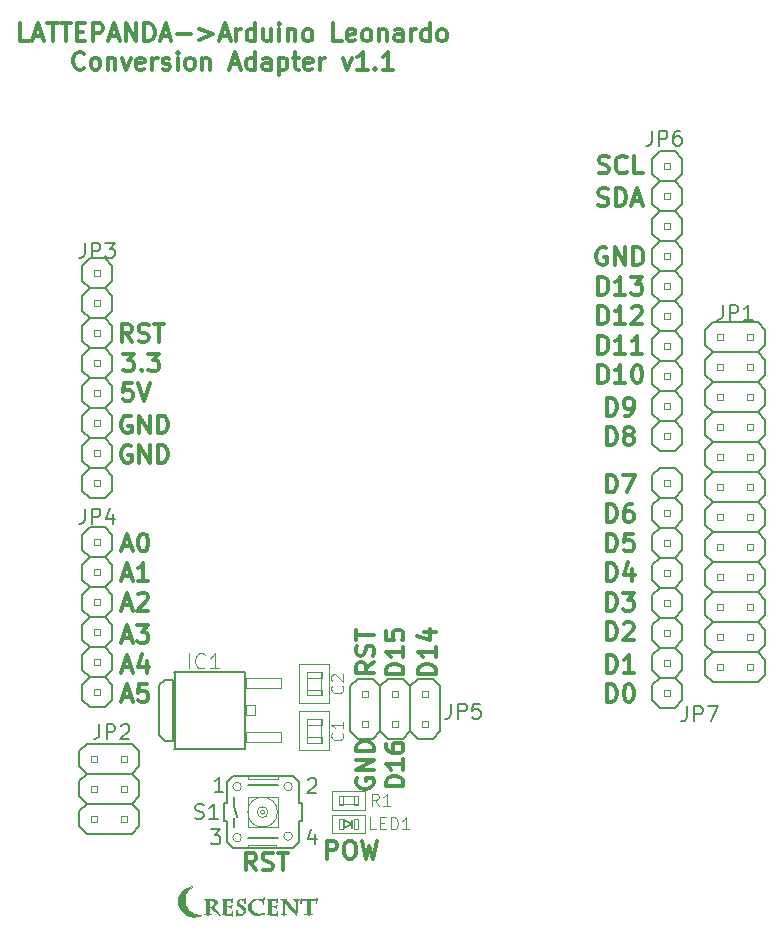
<source format=gto>
G04 #@! TF.FileFunction,Legend,Top*
%FSLAX46Y46*%
G04 Gerber Fmt 4.6, Leading zero omitted, Abs format (unit mm)*
G04 Created by KiCad (PCBNEW 4.0.1-stable) date 2017/07/07 18:52:27*
%MOMM*%
G01*
G04 APERTURE LIST*
%ADD10C,0.050000*%
%ADD11C,0.300000*%
%ADD12C,0.066040*%
%ADD13C,0.127000*%
%ADD14C,0.152400*%
%ADD15C,0.050800*%
%ADD16C,0.076200*%
%ADD17C,0.025400*%
%ADD18C,0.010000*%
%ADD19C,0.101600*%
%ADD20C,0.203200*%
%ADD21C,0.198120*%
G04 APERTURE END LIST*
D10*
D11*
X137964286Y-130678571D02*
X137964286Y-129178571D01*
X138535714Y-129178571D01*
X138678572Y-129250000D01*
X138750000Y-129321429D01*
X138821429Y-129464286D01*
X138821429Y-129678571D01*
X138750000Y-129821429D01*
X138678572Y-129892857D01*
X138535714Y-129964286D01*
X137964286Y-129964286D01*
X139750000Y-129178571D02*
X140035714Y-129178571D01*
X140178572Y-129250000D01*
X140321429Y-129392857D01*
X140392857Y-129678571D01*
X140392857Y-130178571D01*
X140321429Y-130464286D01*
X140178572Y-130607143D01*
X140035714Y-130678571D01*
X139750000Y-130678571D01*
X139607143Y-130607143D01*
X139464286Y-130464286D01*
X139392857Y-130178571D01*
X139392857Y-129678571D01*
X139464286Y-129392857D01*
X139607143Y-129250000D01*
X139750000Y-129178571D01*
X140892858Y-129178571D02*
X141250001Y-130678571D01*
X141535715Y-129607143D01*
X141821429Y-130678571D01*
X142178572Y-129178571D01*
X140500000Y-123892857D02*
X140428571Y-124035714D01*
X140428571Y-124250000D01*
X140500000Y-124464285D01*
X140642857Y-124607143D01*
X140785714Y-124678571D01*
X141071429Y-124750000D01*
X141285714Y-124750000D01*
X141571429Y-124678571D01*
X141714286Y-124607143D01*
X141857143Y-124464285D01*
X141928571Y-124250000D01*
X141928571Y-124107143D01*
X141857143Y-123892857D01*
X141785714Y-123821428D01*
X141285714Y-123821428D01*
X141285714Y-124107143D01*
X141928571Y-123178571D02*
X140428571Y-123178571D01*
X141928571Y-122321428D01*
X140428571Y-122321428D01*
X141928571Y-121607142D02*
X140428571Y-121607142D01*
X140428571Y-121249999D01*
X140500000Y-121035714D01*
X140642857Y-120892856D01*
X140785714Y-120821428D01*
X141071429Y-120749999D01*
X141285714Y-120749999D01*
X141571429Y-120821428D01*
X141714286Y-120892856D01*
X141857143Y-121035714D01*
X141928571Y-121249999D01*
X141928571Y-121607142D01*
X141928571Y-114071428D02*
X141214286Y-114571428D01*
X141928571Y-114928571D02*
X140428571Y-114928571D01*
X140428571Y-114357143D01*
X140500000Y-114214285D01*
X140571429Y-114142857D01*
X140714286Y-114071428D01*
X140928571Y-114071428D01*
X141071429Y-114142857D01*
X141142857Y-114214285D01*
X141214286Y-114357143D01*
X141214286Y-114928571D01*
X141857143Y-113500000D02*
X141928571Y-113285714D01*
X141928571Y-112928571D01*
X141857143Y-112785714D01*
X141785714Y-112714285D01*
X141642857Y-112642857D01*
X141500000Y-112642857D01*
X141357143Y-112714285D01*
X141285714Y-112785714D01*
X141214286Y-112928571D01*
X141142857Y-113214285D01*
X141071429Y-113357143D01*
X141000000Y-113428571D01*
X140857143Y-113500000D01*
X140714286Y-113500000D01*
X140571429Y-113428571D01*
X140500000Y-113357143D01*
X140428571Y-113214285D01*
X140428571Y-112857143D01*
X140500000Y-112642857D01*
X140428571Y-112214286D02*
X140428571Y-111357143D01*
X141928571Y-111785714D02*
X140428571Y-111785714D01*
X144428571Y-124571428D02*
X142928571Y-124571428D01*
X142928571Y-124214285D01*
X143000000Y-124000000D01*
X143142857Y-123857142D01*
X143285714Y-123785714D01*
X143571429Y-123714285D01*
X143785714Y-123714285D01*
X144071429Y-123785714D01*
X144214286Y-123857142D01*
X144357143Y-124000000D01*
X144428571Y-124214285D01*
X144428571Y-124571428D01*
X144428571Y-122285714D02*
X144428571Y-123142857D01*
X144428571Y-122714285D02*
X142928571Y-122714285D01*
X143142857Y-122857142D01*
X143285714Y-123000000D01*
X143357143Y-123142857D01*
X142928571Y-121000000D02*
X142928571Y-121285714D01*
X143000000Y-121428571D01*
X143071429Y-121500000D01*
X143285714Y-121642857D01*
X143571429Y-121714286D01*
X144142857Y-121714286D01*
X144285714Y-121642857D01*
X144357143Y-121571429D01*
X144428571Y-121428571D01*
X144428571Y-121142857D01*
X144357143Y-121000000D01*
X144285714Y-120928571D01*
X144142857Y-120857143D01*
X143785714Y-120857143D01*
X143642857Y-120928571D01*
X143571429Y-121000000D01*
X143500000Y-121142857D01*
X143500000Y-121428571D01*
X143571429Y-121571429D01*
X143642857Y-121642857D01*
X143785714Y-121714286D01*
X144428571Y-115071428D02*
X142928571Y-115071428D01*
X142928571Y-114714285D01*
X143000000Y-114500000D01*
X143142857Y-114357142D01*
X143285714Y-114285714D01*
X143571429Y-114214285D01*
X143785714Y-114214285D01*
X144071429Y-114285714D01*
X144214286Y-114357142D01*
X144357143Y-114500000D01*
X144428571Y-114714285D01*
X144428571Y-115071428D01*
X144428571Y-112785714D02*
X144428571Y-113642857D01*
X144428571Y-113214285D02*
X142928571Y-113214285D01*
X143142857Y-113357142D01*
X143285714Y-113500000D01*
X143357143Y-113642857D01*
X142928571Y-111428571D02*
X142928571Y-112142857D01*
X143642857Y-112214286D01*
X143571429Y-112142857D01*
X143500000Y-112000000D01*
X143500000Y-111642857D01*
X143571429Y-111500000D01*
X143642857Y-111428571D01*
X143785714Y-111357143D01*
X144142857Y-111357143D01*
X144285714Y-111428571D01*
X144357143Y-111500000D01*
X144428571Y-111642857D01*
X144428571Y-112000000D01*
X144357143Y-112142857D01*
X144285714Y-112214286D01*
X147178571Y-115071428D02*
X145678571Y-115071428D01*
X145678571Y-114714285D01*
X145750000Y-114500000D01*
X145892857Y-114357142D01*
X146035714Y-114285714D01*
X146321429Y-114214285D01*
X146535714Y-114214285D01*
X146821429Y-114285714D01*
X146964286Y-114357142D01*
X147107143Y-114500000D01*
X147178571Y-114714285D01*
X147178571Y-115071428D01*
X147178571Y-112785714D02*
X147178571Y-113642857D01*
X147178571Y-113214285D02*
X145678571Y-113214285D01*
X145892857Y-113357142D01*
X146035714Y-113500000D01*
X146107143Y-113642857D01*
X146178571Y-111500000D02*
X147178571Y-111500000D01*
X145607143Y-111857143D02*
X146678571Y-112214286D01*
X146678571Y-111285714D01*
X161642858Y-117428571D02*
X161642858Y-115928571D01*
X162000001Y-115928571D01*
X162214286Y-116000000D01*
X162357144Y-116142857D01*
X162428572Y-116285714D01*
X162500001Y-116571429D01*
X162500001Y-116785714D01*
X162428572Y-117071429D01*
X162357144Y-117214286D01*
X162214286Y-117357143D01*
X162000001Y-117428571D01*
X161642858Y-117428571D01*
X163428572Y-115928571D02*
X163571429Y-115928571D01*
X163714286Y-116000000D01*
X163785715Y-116071429D01*
X163857144Y-116214286D01*
X163928572Y-116500000D01*
X163928572Y-116857143D01*
X163857144Y-117142857D01*
X163785715Y-117285714D01*
X163714286Y-117357143D01*
X163571429Y-117428571D01*
X163428572Y-117428571D01*
X163285715Y-117357143D01*
X163214286Y-117285714D01*
X163142858Y-117142857D01*
X163071429Y-116857143D01*
X163071429Y-116500000D01*
X163142858Y-116214286D01*
X163214286Y-116071429D01*
X163285715Y-116000000D01*
X163428572Y-115928571D01*
X161642858Y-114928571D02*
X161642858Y-113428571D01*
X162000001Y-113428571D01*
X162214286Y-113500000D01*
X162357144Y-113642857D01*
X162428572Y-113785714D01*
X162500001Y-114071429D01*
X162500001Y-114285714D01*
X162428572Y-114571429D01*
X162357144Y-114714286D01*
X162214286Y-114857143D01*
X162000001Y-114928571D01*
X161642858Y-114928571D01*
X163928572Y-114928571D02*
X163071429Y-114928571D01*
X163500001Y-114928571D02*
X163500001Y-113428571D01*
X163357144Y-113642857D01*
X163214286Y-113785714D01*
X163071429Y-113857143D01*
X161642858Y-112178571D02*
X161642858Y-110678571D01*
X162000001Y-110678571D01*
X162214286Y-110750000D01*
X162357144Y-110892857D01*
X162428572Y-111035714D01*
X162500001Y-111321429D01*
X162500001Y-111535714D01*
X162428572Y-111821429D01*
X162357144Y-111964286D01*
X162214286Y-112107143D01*
X162000001Y-112178571D01*
X161642858Y-112178571D01*
X163071429Y-110821429D02*
X163142858Y-110750000D01*
X163285715Y-110678571D01*
X163642858Y-110678571D01*
X163785715Y-110750000D01*
X163857144Y-110821429D01*
X163928572Y-110964286D01*
X163928572Y-111107143D01*
X163857144Y-111321429D01*
X163000001Y-112178571D01*
X163928572Y-112178571D01*
X161642858Y-109678571D02*
X161642858Y-108178571D01*
X162000001Y-108178571D01*
X162214286Y-108250000D01*
X162357144Y-108392857D01*
X162428572Y-108535714D01*
X162500001Y-108821429D01*
X162500001Y-109035714D01*
X162428572Y-109321429D01*
X162357144Y-109464286D01*
X162214286Y-109607143D01*
X162000001Y-109678571D01*
X161642858Y-109678571D01*
X163000001Y-108178571D02*
X163928572Y-108178571D01*
X163428572Y-108750000D01*
X163642858Y-108750000D01*
X163785715Y-108821429D01*
X163857144Y-108892857D01*
X163928572Y-109035714D01*
X163928572Y-109392857D01*
X163857144Y-109535714D01*
X163785715Y-109607143D01*
X163642858Y-109678571D01*
X163214286Y-109678571D01*
X163071429Y-109607143D01*
X163000001Y-109535714D01*
X161642858Y-107178571D02*
X161642858Y-105678571D01*
X162000001Y-105678571D01*
X162214286Y-105750000D01*
X162357144Y-105892857D01*
X162428572Y-106035714D01*
X162500001Y-106321429D01*
X162500001Y-106535714D01*
X162428572Y-106821429D01*
X162357144Y-106964286D01*
X162214286Y-107107143D01*
X162000001Y-107178571D01*
X161642858Y-107178571D01*
X163785715Y-106178571D02*
X163785715Y-107178571D01*
X163428572Y-105607143D02*
X163071429Y-106678571D01*
X164000001Y-106678571D01*
X161642858Y-104678571D02*
X161642858Y-103178571D01*
X162000001Y-103178571D01*
X162214286Y-103250000D01*
X162357144Y-103392857D01*
X162428572Y-103535714D01*
X162500001Y-103821429D01*
X162500001Y-104035714D01*
X162428572Y-104321429D01*
X162357144Y-104464286D01*
X162214286Y-104607143D01*
X162000001Y-104678571D01*
X161642858Y-104678571D01*
X163857144Y-103178571D02*
X163142858Y-103178571D01*
X163071429Y-103892857D01*
X163142858Y-103821429D01*
X163285715Y-103750000D01*
X163642858Y-103750000D01*
X163785715Y-103821429D01*
X163857144Y-103892857D01*
X163928572Y-104035714D01*
X163928572Y-104392857D01*
X163857144Y-104535714D01*
X163785715Y-104607143D01*
X163642858Y-104678571D01*
X163285715Y-104678571D01*
X163142858Y-104607143D01*
X163071429Y-104535714D01*
X161642858Y-102178571D02*
X161642858Y-100678571D01*
X162000001Y-100678571D01*
X162214286Y-100750000D01*
X162357144Y-100892857D01*
X162428572Y-101035714D01*
X162500001Y-101321429D01*
X162500001Y-101535714D01*
X162428572Y-101821429D01*
X162357144Y-101964286D01*
X162214286Y-102107143D01*
X162000001Y-102178571D01*
X161642858Y-102178571D01*
X163785715Y-100678571D02*
X163500001Y-100678571D01*
X163357144Y-100750000D01*
X163285715Y-100821429D01*
X163142858Y-101035714D01*
X163071429Y-101321429D01*
X163071429Y-101892857D01*
X163142858Y-102035714D01*
X163214286Y-102107143D01*
X163357144Y-102178571D01*
X163642858Y-102178571D01*
X163785715Y-102107143D01*
X163857144Y-102035714D01*
X163928572Y-101892857D01*
X163928572Y-101535714D01*
X163857144Y-101392857D01*
X163785715Y-101321429D01*
X163642858Y-101250000D01*
X163357144Y-101250000D01*
X163214286Y-101321429D01*
X163142858Y-101392857D01*
X163071429Y-101535714D01*
X161642858Y-99678571D02*
X161642858Y-98178571D01*
X162000001Y-98178571D01*
X162214286Y-98250000D01*
X162357144Y-98392857D01*
X162428572Y-98535714D01*
X162500001Y-98821429D01*
X162500001Y-99035714D01*
X162428572Y-99321429D01*
X162357144Y-99464286D01*
X162214286Y-99607143D01*
X162000001Y-99678571D01*
X161642858Y-99678571D01*
X163000001Y-98178571D02*
X164000001Y-98178571D01*
X163357144Y-99678571D01*
X161642858Y-95678571D02*
X161642858Y-94178571D01*
X162000001Y-94178571D01*
X162214286Y-94250000D01*
X162357144Y-94392857D01*
X162428572Y-94535714D01*
X162500001Y-94821429D01*
X162500001Y-95035714D01*
X162428572Y-95321429D01*
X162357144Y-95464286D01*
X162214286Y-95607143D01*
X162000001Y-95678571D01*
X161642858Y-95678571D01*
X163357144Y-94821429D02*
X163214286Y-94750000D01*
X163142858Y-94678571D01*
X163071429Y-94535714D01*
X163071429Y-94464286D01*
X163142858Y-94321429D01*
X163214286Y-94250000D01*
X163357144Y-94178571D01*
X163642858Y-94178571D01*
X163785715Y-94250000D01*
X163857144Y-94321429D01*
X163928572Y-94464286D01*
X163928572Y-94535714D01*
X163857144Y-94678571D01*
X163785715Y-94750000D01*
X163642858Y-94821429D01*
X163357144Y-94821429D01*
X163214286Y-94892857D01*
X163142858Y-94964286D01*
X163071429Y-95107143D01*
X163071429Y-95392857D01*
X163142858Y-95535714D01*
X163214286Y-95607143D01*
X163357144Y-95678571D01*
X163642858Y-95678571D01*
X163785715Y-95607143D01*
X163857144Y-95535714D01*
X163928572Y-95392857D01*
X163928572Y-95107143D01*
X163857144Y-94964286D01*
X163785715Y-94892857D01*
X163642858Y-94821429D01*
X161642858Y-93178571D02*
X161642858Y-91678571D01*
X162000001Y-91678571D01*
X162214286Y-91750000D01*
X162357144Y-91892857D01*
X162428572Y-92035714D01*
X162500001Y-92321429D01*
X162500001Y-92535714D01*
X162428572Y-92821429D01*
X162357144Y-92964286D01*
X162214286Y-93107143D01*
X162000001Y-93178571D01*
X161642858Y-93178571D01*
X163214286Y-93178571D02*
X163500001Y-93178571D01*
X163642858Y-93107143D01*
X163714286Y-93035714D01*
X163857144Y-92821429D01*
X163928572Y-92535714D01*
X163928572Y-91964286D01*
X163857144Y-91821429D01*
X163785715Y-91750000D01*
X163642858Y-91678571D01*
X163357144Y-91678571D01*
X163214286Y-91750000D01*
X163142858Y-91821429D01*
X163071429Y-91964286D01*
X163071429Y-92321429D01*
X163142858Y-92464286D01*
X163214286Y-92535714D01*
X163357144Y-92607143D01*
X163642858Y-92607143D01*
X163785715Y-92535714D01*
X163857144Y-92464286D01*
X163928572Y-92321429D01*
X160928572Y-90428571D02*
X160928572Y-88928571D01*
X161285715Y-88928571D01*
X161500000Y-89000000D01*
X161642858Y-89142857D01*
X161714286Y-89285714D01*
X161785715Y-89571429D01*
X161785715Y-89785714D01*
X161714286Y-90071429D01*
X161642858Y-90214286D01*
X161500000Y-90357143D01*
X161285715Y-90428571D01*
X160928572Y-90428571D01*
X163214286Y-90428571D02*
X162357143Y-90428571D01*
X162785715Y-90428571D02*
X162785715Y-88928571D01*
X162642858Y-89142857D01*
X162500000Y-89285714D01*
X162357143Y-89357143D01*
X164142857Y-88928571D02*
X164285714Y-88928571D01*
X164428571Y-89000000D01*
X164500000Y-89071429D01*
X164571429Y-89214286D01*
X164642857Y-89500000D01*
X164642857Y-89857143D01*
X164571429Y-90142857D01*
X164500000Y-90285714D01*
X164428571Y-90357143D01*
X164285714Y-90428571D01*
X164142857Y-90428571D01*
X164000000Y-90357143D01*
X163928571Y-90285714D01*
X163857143Y-90142857D01*
X163785714Y-89857143D01*
X163785714Y-89500000D01*
X163857143Y-89214286D01*
X163928571Y-89071429D01*
X164000000Y-89000000D01*
X164142857Y-88928571D01*
X160928572Y-87928571D02*
X160928572Y-86428571D01*
X161285715Y-86428571D01*
X161500000Y-86500000D01*
X161642858Y-86642857D01*
X161714286Y-86785714D01*
X161785715Y-87071429D01*
X161785715Y-87285714D01*
X161714286Y-87571429D01*
X161642858Y-87714286D01*
X161500000Y-87857143D01*
X161285715Y-87928571D01*
X160928572Y-87928571D01*
X163214286Y-87928571D02*
X162357143Y-87928571D01*
X162785715Y-87928571D02*
X162785715Y-86428571D01*
X162642858Y-86642857D01*
X162500000Y-86785714D01*
X162357143Y-86857143D01*
X164642857Y-87928571D02*
X163785714Y-87928571D01*
X164214286Y-87928571D02*
X164214286Y-86428571D01*
X164071429Y-86642857D01*
X163928571Y-86785714D01*
X163785714Y-86857143D01*
X160928572Y-85428571D02*
X160928572Y-83928571D01*
X161285715Y-83928571D01*
X161500000Y-84000000D01*
X161642858Y-84142857D01*
X161714286Y-84285714D01*
X161785715Y-84571429D01*
X161785715Y-84785714D01*
X161714286Y-85071429D01*
X161642858Y-85214286D01*
X161500000Y-85357143D01*
X161285715Y-85428571D01*
X160928572Y-85428571D01*
X163214286Y-85428571D02*
X162357143Y-85428571D01*
X162785715Y-85428571D02*
X162785715Y-83928571D01*
X162642858Y-84142857D01*
X162500000Y-84285714D01*
X162357143Y-84357143D01*
X163785714Y-84071429D02*
X163857143Y-84000000D01*
X164000000Y-83928571D01*
X164357143Y-83928571D01*
X164500000Y-84000000D01*
X164571429Y-84071429D01*
X164642857Y-84214286D01*
X164642857Y-84357143D01*
X164571429Y-84571429D01*
X163714286Y-85428571D01*
X164642857Y-85428571D01*
X160928572Y-82928571D02*
X160928572Y-81428571D01*
X161285715Y-81428571D01*
X161500000Y-81500000D01*
X161642858Y-81642857D01*
X161714286Y-81785714D01*
X161785715Y-82071429D01*
X161785715Y-82285714D01*
X161714286Y-82571429D01*
X161642858Y-82714286D01*
X161500000Y-82857143D01*
X161285715Y-82928571D01*
X160928572Y-82928571D01*
X163214286Y-82928571D02*
X162357143Y-82928571D01*
X162785715Y-82928571D02*
X162785715Y-81428571D01*
X162642858Y-81642857D01*
X162500000Y-81785714D01*
X162357143Y-81857143D01*
X163714286Y-81428571D02*
X164642857Y-81428571D01*
X164142857Y-82000000D01*
X164357143Y-82000000D01*
X164500000Y-82071429D01*
X164571429Y-82142857D01*
X164642857Y-82285714D01*
X164642857Y-82642857D01*
X164571429Y-82785714D01*
X164500000Y-82857143D01*
X164357143Y-82928571D01*
X163928571Y-82928571D01*
X163785714Y-82857143D01*
X163714286Y-82785714D01*
X131928572Y-131678571D02*
X131428572Y-130964286D01*
X131071429Y-131678571D02*
X131071429Y-130178571D01*
X131642857Y-130178571D01*
X131785715Y-130250000D01*
X131857143Y-130321429D01*
X131928572Y-130464286D01*
X131928572Y-130678571D01*
X131857143Y-130821429D01*
X131785715Y-130892857D01*
X131642857Y-130964286D01*
X131071429Y-130964286D01*
X132500000Y-131607143D02*
X132714286Y-131678571D01*
X133071429Y-131678571D01*
X133214286Y-131607143D01*
X133285715Y-131535714D01*
X133357143Y-131392857D01*
X133357143Y-131250000D01*
X133285715Y-131107143D01*
X133214286Y-131035714D01*
X133071429Y-130964286D01*
X132785715Y-130892857D01*
X132642857Y-130821429D01*
X132571429Y-130750000D01*
X132500000Y-130607143D01*
X132500000Y-130464286D01*
X132571429Y-130321429D01*
X132642857Y-130250000D01*
X132785715Y-130178571D01*
X133142857Y-130178571D01*
X133357143Y-130250000D01*
X133785714Y-130178571D02*
X134642857Y-130178571D01*
X134214286Y-131678571D02*
X134214286Y-130178571D01*
X160928572Y-75357143D02*
X161142858Y-75428571D01*
X161500001Y-75428571D01*
X161642858Y-75357143D01*
X161714287Y-75285714D01*
X161785715Y-75142857D01*
X161785715Y-75000000D01*
X161714287Y-74857143D01*
X161642858Y-74785714D01*
X161500001Y-74714286D01*
X161214287Y-74642857D01*
X161071429Y-74571429D01*
X161000001Y-74500000D01*
X160928572Y-74357143D01*
X160928572Y-74214286D01*
X161000001Y-74071429D01*
X161071429Y-74000000D01*
X161214287Y-73928571D01*
X161571429Y-73928571D01*
X161785715Y-74000000D01*
X162428572Y-75428571D02*
X162428572Y-73928571D01*
X162785715Y-73928571D01*
X163000000Y-74000000D01*
X163142858Y-74142857D01*
X163214286Y-74285714D01*
X163285715Y-74571429D01*
X163285715Y-74785714D01*
X163214286Y-75071429D01*
X163142858Y-75214286D01*
X163000000Y-75357143D01*
X162785715Y-75428571D01*
X162428572Y-75428571D01*
X163857143Y-75000000D02*
X164571429Y-75000000D01*
X163714286Y-75428571D02*
X164214286Y-73928571D01*
X164714286Y-75428571D01*
X160964286Y-72607143D02*
X161178572Y-72678571D01*
X161535715Y-72678571D01*
X161678572Y-72607143D01*
X161750001Y-72535714D01*
X161821429Y-72392857D01*
X161821429Y-72250000D01*
X161750001Y-72107143D01*
X161678572Y-72035714D01*
X161535715Y-71964286D01*
X161250001Y-71892857D01*
X161107143Y-71821429D01*
X161035715Y-71750000D01*
X160964286Y-71607143D01*
X160964286Y-71464286D01*
X161035715Y-71321429D01*
X161107143Y-71250000D01*
X161250001Y-71178571D01*
X161607143Y-71178571D01*
X161821429Y-71250000D01*
X163321429Y-72535714D02*
X163250000Y-72607143D01*
X163035714Y-72678571D01*
X162892857Y-72678571D01*
X162678572Y-72607143D01*
X162535714Y-72464286D01*
X162464286Y-72321429D01*
X162392857Y-72035714D01*
X162392857Y-71821429D01*
X162464286Y-71535714D01*
X162535714Y-71392857D01*
X162678572Y-71250000D01*
X162892857Y-71178571D01*
X163035714Y-71178571D01*
X163250000Y-71250000D01*
X163321429Y-71321429D01*
X164678572Y-72678571D02*
X163964286Y-72678571D01*
X163964286Y-71178571D01*
X161607143Y-79000000D02*
X161464286Y-78928571D01*
X161250000Y-78928571D01*
X161035715Y-79000000D01*
X160892857Y-79142857D01*
X160821429Y-79285714D01*
X160750000Y-79571429D01*
X160750000Y-79785714D01*
X160821429Y-80071429D01*
X160892857Y-80214286D01*
X161035715Y-80357143D01*
X161250000Y-80428571D01*
X161392857Y-80428571D01*
X161607143Y-80357143D01*
X161678572Y-80285714D01*
X161678572Y-79785714D01*
X161392857Y-79785714D01*
X162321429Y-80428571D02*
X162321429Y-78928571D01*
X163178572Y-80428571D01*
X163178572Y-78928571D01*
X163892858Y-80428571D02*
X163892858Y-78928571D01*
X164250001Y-78928571D01*
X164464286Y-79000000D01*
X164607144Y-79142857D01*
X164678572Y-79285714D01*
X164750001Y-79571429D01*
X164750001Y-79785714D01*
X164678572Y-80071429D01*
X164607144Y-80214286D01*
X164464286Y-80357143D01*
X164250001Y-80428571D01*
X163892858Y-80428571D01*
X120678572Y-114500000D02*
X121392858Y-114500000D01*
X120535715Y-114928571D02*
X121035715Y-113428571D01*
X121535715Y-114928571D01*
X122678572Y-113928571D02*
X122678572Y-114928571D01*
X122321429Y-113357143D02*
X121964286Y-114428571D01*
X122892858Y-114428571D01*
X120678572Y-117000000D02*
X121392858Y-117000000D01*
X120535715Y-117428571D02*
X121035715Y-115928571D01*
X121535715Y-117428571D01*
X122750001Y-115928571D02*
X122035715Y-115928571D01*
X121964286Y-116642857D01*
X122035715Y-116571429D01*
X122178572Y-116500000D01*
X122535715Y-116500000D01*
X122678572Y-116571429D01*
X122750001Y-116642857D01*
X122821429Y-116785714D01*
X122821429Y-117142857D01*
X122750001Y-117285714D01*
X122678572Y-117357143D01*
X122535715Y-117428571D01*
X122178572Y-117428571D01*
X122035715Y-117357143D01*
X121964286Y-117285714D01*
X120678572Y-112000000D02*
X121392858Y-112000000D01*
X120535715Y-112428571D02*
X121035715Y-110928571D01*
X121535715Y-112428571D01*
X121892858Y-110928571D02*
X122821429Y-110928571D01*
X122321429Y-111500000D01*
X122535715Y-111500000D01*
X122678572Y-111571429D01*
X122750001Y-111642857D01*
X122821429Y-111785714D01*
X122821429Y-112142857D01*
X122750001Y-112285714D01*
X122678572Y-112357143D01*
X122535715Y-112428571D01*
X122107143Y-112428571D01*
X121964286Y-112357143D01*
X121892858Y-112285714D01*
X120678572Y-109250000D02*
X121392858Y-109250000D01*
X120535715Y-109678571D02*
X121035715Y-108178571D01*
X121535715Y-109678571D01*
X121964286Y-108321429D02*
X122035715Y-108250000D01*
X122178572Y-108178571D01*
X122535715Y-108178571D01*
X122678572Y-108250000D01*
X122750001Y-108321429D01*
X122821429Y-108464286D01*
X122821429Y-108607143D01*
X122750001Y-108821429D01*
X121892858Y-109678571D01*
X122821429Y-109678571D01*
X120678572Y-106750000D02*
X121392858Y-106750000D01*
X120535715Y-107178571D02*
X121035715Y-105678571D01*
X121535715Y-107178571D01*
X122821429Y-107178571D02*
X121964286Y-107178571D01*
X122392858Y-107178571D02*
X122392858Y-105678571D01*
X122250001Y-105892857D01*
X122107143Y-106035714D01*
X121964286Y-106107143D01*
X121357143Y-93250000D02*
X121214286Y-93178571D01*
X121000000Y-93178571D01*
X120785715Y-93250000D01*
X120642857Y-93392857D01*
X120571429Y-93535714D01*
X120500000Y-93821429D01*
X120500000Y-94035714D01*
X120571429Y-94321429D01*
X120642857Y-94464286D01*
X120785715Y-94607143D01*
X121000000Y-94678571D01*
X121142857Y-94678571D01*
X121357143Y-94607143D01*
X121428572Y-94535714D01*
X121428572Y-94035714D01*
X121142857Y-94035714D01*
X122071429Y-94678571D02*
X122071429Y-93178571D01*
X122928572Y-94678571D01*
X122928572Y-93178571D01*
X123642858Y-94678571D02*
X123642858Y-93178571D01*
X124000001Y-93178571D01*
X124214286Y-93250000D01*
X124357144Y-93392857D01*
X124428572Y-93535714D01*
X124500001Y-93821429D01*
X124500001Y-94035714D01*
X124428572Y-94321429D01*
X124357144Y-94464286D01*
X124214286Y-94607143D01*
X124000001Y-94678571D01*
X123642858Y-94678571D01*
X120678572Y-104250000D02*
X121392858Y-104250000D01*
X120535715Y-104678571D02*
X121035715Y-103178571D01*
X121535715Y-104678571D01*
X122321429Y-103178571D02*
X122464286Y-103178571D01*
X122607143Y-103250000D01*
X122678572Y-103321429D01*
X122750001Y-103464286D01*
X122821429Y-103750000D01*
X122821429Y-104107143D01*
X122750001Y-104392857D01*
X122678572Y-104535714D01*
X122607143Y-104607143D01*
X122464286Y-104678571D01*
X122321429Y-104678571D01*
X122178572Y-104607143D01*
X122107143Y-104535714D01*
X122035715Y-104392857D01*
X121964286Y-104107143D01*
X121964286Y-103750000D01*
X122035715Y-103464286D01*
X122107143Y-103321429D01*
X122178572Y-103250000D01*
X122321429Y-103178571D01*
X121357143Y-95750000D02*
X121214286Y-95678571D01*
X121000000Y-95678571D01*
X120785715Y-95750000D01*
X120642857Y-95892857D01*
X120571429Y-96035714D01*
X120500000Y-96321429D01*
X120500000Y-96535714D01*
X120571429Y-96821429D01*
X120642857Y-96964286D01*
X120785715Y-97107143D01*
X121000000Y-97178571D01*
X121142857Y-97178571D01*
X121357143Y-97107143D01*
X121428572Y-97035714D01*
X121428572Y-96535714D01*
X121142857Y-96535714D01*
X122071429Y-97178571D02*
X122071429Y-95678571D01*
X122928572Y-97178571D01*
X122928572Y-95678571D01*
X123642858Y-97178571D02*
X123642858Y-95678571D01*
X124000001Y-95678571D01*
X124214286Y-95750000D01*
X124357144Y-95892857D01*
X124428572Y-96035714D01*
X124500001Y-96321429D01*
X124500001Y-96535714D01*
X124428572Y-96821429D01*
X124357144Y-96964286D01*
X124214286Y-97107143D01*
X124000001Y-97178571D01*
X123642858Y-97178571D01*
X121464287Y-90428571D02*
X120750001Y-90428571D01*
X120678572Y-91142857D01*
X120750001Y-91071429D01*
X120892858Y-91000000D01*
X121250001Y-91000000D01*
X121392858Y-91071429D01*
X121464287Y-91142857D01*
X121535715Y-91285714D01*
X121535715Y-91642857D01*
X121464287Y-91785714D01*
X121392858Y-91857143D01*
X121250001Y-91928571D01*
X120892858Y-91928571D01*
X120750001Y-91857143D01*
X120678572Y-91785714D01*
X121964286Y-90428571D02*
X122464286Y-91928571D01*
X122964286Y-90428571D01*
X120678572Y-87928571D02*
X121607143Y-87928571D01*
X121107143Y-88500000D01*
X121321429Y-88500000D01*
X121464286Y-88571429D01*
X121535715Y-88642857D01*
X121607143Y-88785714D01*
X121607143Y-89142857D01*
X121535715Y-89285714D01*
X121464286Y-89357143D01*
X121321429Y-89428571D01*
X120892857Y-89428571D01*
X120750000Y-89357143D01*
X120678572Y-89285714D01*
X122250000Y-89285714D02*
X122321428Y-89357143D01*
X122250000Y-89428571D01*
X122178571Y-89357143D01*
X122250000Y-89285714D01*
X122250000Y-89428571D01*
X122821429Y-87928571D02*
X123750000Y-87928571D01*
X123250000Y-88500000D01*
X123464286Y-88500000D01*
X123607143Y-88571429D01*
X123678572Y-88642857D01*
X123750000Y-88785714D01*
X123750000Y-89142857D01*
X123678572Y-89285714D01*
X123607143Y-89357143D01*
X123464286Y-89428571D01*
X123035714Y-89428571D01*
X122892857Y-89357143D01*
X122821429Y-89285714D01*
X121428572Y-86928571D02*
X120928572Y-86214286D01*
X120571429Y-86928571D02*
X120571429Y-85428571D01*
X121142857Y-85428571D01*
X121285715Y-85500000D01*
X121357143Y-85571429D01*
X121428572Y-85714286D01*
X121428572Y-85928571D01*
X121357143Y-86071429D01*
X121285715Y-86142857D01*
X121142857Y-86214286D01*
X120571429Y-86214286D01*
X122000000Y-86857143D02*
X122214286Y-86928571D01*
X122571429Y-86928571D01*
X122714286Y-86857143D01*
X122785715Y-86785714D01*
X122857143Y-86642857D01*
X122857143Y-86500000D01*
X122785715Y-86357143D01*
X122714286Y-86285714D01*
X122571429Y-86214286D01*
X122285715Y-86142857D01*
X122142857Y-86071429D01*
X122071429Y-86000000D01*
X122000000Y-85857143D01*
X122000000Y-85714286D01*
X122071429Y-85571429D01*
X122142857Y-85500000D01*
X122285715Y-85428571D01*
X122642857Y-85428571D01*
X122857143Y-85500000D01*
X123285714Y-85428571D02*
X124142857Y-85428571D01*
X123714286Y-86928571D02*
X123714286Y-85428571D01*
X112714286Y-61478571D02*
X112000000Y-61478571D01*
X112000000Y-59978571D01*
X113142857Y-61050000D02*
X113857143Y-61050000D01*
X113000000Y-61478571D02*
X113500000Y-59978571D01*
X114000000Y-61478571D01*
X114285714Y-59978571D02*
X115142857Y-59978571D01*
X114714286Y-61478571D02*
X114714286Y-59978571D01*
X115428571Y-59978571D02*
X116285714Y-59978571D01*
X115857143Y-61478571D02*
X115857143Y-59978571D01*
X116785714Y-60692857D02*
X117285714Y-60692857D01*
X117500000Y-61478571D02*
X116785714Y-61478571D01*
X116785714Y-59978571D01*
X117500000Y-59978571D01*
X118142857Y-61478571D02*
X118142857Y-59978571D01*
X118714285Y-59978571D01*
X118857143Y-60050000D01*
X118928571Y-60121429D01*
X119000000Y-60264286D01*
X119000000Y-60478571D01*
X118928571Y-60621429D01*
X118857143Y-60692857D01*
X118714285Y-60764286D01*
X118142857Y-60764286D01*
X119571428Y-61050000D02*
X120285714Y-61050000D01*
X119428571Y-61478571D02*
X119928571Y-59978571D01*
X120428571Y-61478571D01*
X120928571Y-61478571D02*
X120928571Y-59978571D01*
X121785714Y-61478571D01*
X121785714Y-59978571D01*
X122500000Y-61478571D02*
X122500000Y-59978571D01*
X122857143Y-59978571D01*
X123071428Y-60050000D01*
X123214286Y-60192857D01*
X123285714Y-60335714D01*
X123357143Y-60621429D01*
X123357143Y-60835714D01*
X123285714Y-61121429D01*
X123214286Y-61264286D01*
X123071428Y-61407143D01*
X122857143Y-61478571D01*
X122500000Y-61478571D01*
X123928571Y-61050000D02*
X124642857Y-61050000D01*
X123785714Y-61478571D02*
X124285714Y-59978571D01*
X124785714Y-61478571D01*
X125285714Y-60907143D02*
X126428571Y-60907143D01*
X127142857Y-60478571D02*
X128285714Y-60907143D01*
X127142857Y-61335714D01*
X128928571Y-61050000D02*
X129642857Y-61050000D01*
X128785714Y-61478571D02*
X129285714Y-59978571D01*
X129785714Y-61478571D01*
X130285714Y-61478571D02*
X130285714Y-60478571D01*
X130285714Y-60764286D02*
X130357142Y-60621429D01*
X130428571Y-60550000D01*
X130571428Y-60478571D01*
X130714285Y-60478571D01*
X131857142Y-61478571D02*
X131857142Y-59978571D01*
X131857142Y-61407143D02*
X131714285Y-61478571D01*
X131428571Y-61478571D01*
X131285713Y-61407143D01*
X131214285Y-61335714D01*
X131142856Y-61192857D01*
X131142856Y-60764286D01*
X131214285Y-60621429D01*
X131285713Y-60550000D01*
X131428571Y-60478571D01*
X131714285Y-60478571D01*
X131857142Y-60550000D01*
X133214285Y-60478571D02*
X133214285Y-61478571D01*
X132571428Y-60478571D02*
X132571428Y-61264286D01*
X132642856Y-61407143D01*
X132785714Y-61478571D01*
X132999999Y-61478571D01*
X133142856Y-61407143D01*
X133214285Y-61335714D01*
X133928571Y-61478571D02*
X133928571Y-60478571D01*
X133928571Y-59978571D02*
X133857142Y-60050000D01*
X133928571Y-60121429D01*
X133999999Y-60050000D01*
X133928571Y-59978571D01*
X133928571Y-60121429D01*
X134642857Y-60478571D02*
X134642857Y-61478571D01*
X134642857Y-60621429D02*
X134714285Y-60550000D01*
X134857143Y-60478571D01*
X135071428Y-60478571D01*
X135214285Y-60550000D01*
X135285714Y-60692857D01*
X135285714Y-61478571D01*
X136214286Y-61478571D02*
X136071428Y-61407143D01*
X136000000Y-61335714D01*
X135928571Y-61192857D01*
X135928571Y-60764286D01*
X136000000Y-60621429D01*
X136071428Y-60550000D01*
X136214286Y-60478571D01*
X136428571Y-60478571D01*
X136571428Y-60550000D01*
X136642857Y-60621429D01*
X136714286Y-60764286D01*
X136714286Y-61192857D01*
X136642857Y-61335714D01*
X136571428Y-61407143D01*
X136428571Y-61478571D01*
X136214286Y-61478571D01*
X139214286Y-61478571D02*
X138500000Y-61478571D01*
X138500000Y-59978571D01*
X140285714Y-61407143D02*
X140142857Y-61478571D01*
X139857143Y-61478571D01*
X139714286Y-61407143D01*
X139642857Y-61264286D01*
X139642857Y-60692857D01*
X139714286Y-60550000D01*
X139857143Y-60478571D01*
X140142857Y-60478571D01*
X140285714Y-60550000D01*
X140357143Y-60692857D01*
X140357143Y-60835714D01*
X139642857Y-60978571D01*
X141214286Y-61478571D02*
X141071428Y-61407143D01*
X141000000Y-61335714D01*
X140928571Y-61192857D01*
X140928571Y-60764286D01*
X141000000Y-60621429D01*
X141071428Y-60550000D01*
X141214286Y-60478571D01*
X141428571Y-60478571D01*
X141571428Y-60550000D01*
X141642857Y-60621429D01*
X141714286Y-60764286D01*
X141714286Y-61192857D01*
X141642857Y-61335714D01*
X141571428Y-61407143D01*
X141428571Y-61478571D01*
X141214286Y-61478571D01*
X142357143Y-60478571D02*
X142357143Y-61478571D01*
X142357143Y-60621429D02*
X142428571Y-60550000D01*
X142571429Y-60478571D01*
X142785714Y-60478571D01*
X142928571Y-60550000D01*
X143000000Y-60692857D01*
X143000000Y-61478571D01*
X144357143Y-61478571D02*
X144357143Y-60692857D01*
X144285714Y-60550000D01*
X144142857Y-60478571D01*
X143857143Y-60478571D01*
X143714286Y-60550000D01*
X144357143Y-61407143D02*
X144214286Y-61478571D01*
X143857143Y-61478571D01*
X143714286Y-61407143D01*
X143642857Y-61264286D01*
X143642857Y-61121429D01*
X143714286Y-60978571D01*
X143857143Y-60907143D01*
X144214286Y-60907143D01*
X144357143Y-60835714D01*
X145071429Y-61478571D02*
X145071429Y-60478571D01*
X145071429Y-60764286D02*
X145142857Y-60621429D01*
X145214286Y-60550000D01*
X145357143Y-60478571D01*
X145500000Y-60478571D01*
X146642857Y-61478571D02*
X146642857Y-59978571D01*
X146642857Y-61407143D02*
X146500000Y-61478571D01*
X146214286Y-61478571D01*
X146071428Y-61407143D01*
X146000000Y-61335714D01*
X145928571Y-61192857D01*
X145928571Y-60764286D01*
X146000000Y-60621429D01*
X146071428Y-60550000D01*
X146214286Y-60478571D01*
X146500000Y-60478571D01*
X146642857Y-60550000D01*
X147571429Y-61478571D02*
X147428571Y-61407143D01*
X147357143Y-61335714D01*
X147285714Y-61192857D01*
X147285714Y-60764286D01*
X147357143Y-60621429D01*
X147428571Y-60550000D01*
X147571429Y-60478571D01*
X147785714Y-60478571D01*
X147928571Y-60550000D01*
X148000000Y-60621429D01*
X148071429Y-60764286D01*
X148071429Y-61192857D01*
X148000000Y-61335714D01*
X147928571Y-61407143D01*
X147785714Y-61478571D01*
X147571429Y-61478571D01*
X117392858Y-63735714D02*
X117321429Y-63807143D01*
X117107143Y-63878571D01*
X116964286Y-63878571D01*
X116750001Y-63807143D01*
X116607143Y-63664286D01*
X116535715Y-63521429D01*
X116464286Y-63235714D01*
X116464286Y-63021429D01*
X116535715Y-62735714D01*
X116607143Y-62592857D01*
X116750001Y-62450000D01*
X116964286Y-62378571D01*
X117107143Y-62378571D01*
X117321429Y-62450000D01*
X117392858Y-62521429D01*
X118250001Y-63878571D02*
X118107143Y-63807143D01*
X118035715Y-63735714D01*
X117964286Y-63592857D01*
X117964286Y-63164286D01*
X118035715Y-63021429D01*
X118107143Y-62950000D01*
X118250001Y-62878571D01*
X118464286Y-62878571D01*
X118607143Y-62950000D01*
X118678572Y-63021429D01*
X118750001Y-63164286D01*
X118750001Y-63592857D01*
X118678572Y-63735714D01*
X118607143Y-63807143D01*
X118464286Y-63878571D01*
X118250001Y-63878571D01*
X119392858Y-62878571D02*
X119392858Y-63878571D01*
X119392858Y-63021429D02*
X119464286Y-62950000D01*
X119607144Y-62878571D01*
X119821429Y-62878571D01*
X119964286Y-62950000D01*
X120035715Y-63092857D01*
X120035715Y-63878571D01*
X120607144Y-62878571D02*
X120964287Y-63878571D01*
X121321429Y-62878571D01*
X122464286Y-63807143D02*
X122321429Y-63878571D01*
X122035715Y-63878571D01*
X121892858Y-63807143D01*
X121821429Y-63664286D01*
X121821429Y-63092857D01*
X121892858Y-62950000D01*
X122035715Y-62878571D01*
X122321429Y-62878571D01*
X122464286Y-62950000D01*
X122535715Y-63092857D01*
X122535715Y-63235714D01*
X121821429Y-63378571D01*
X123178572Y-63878571D02*
X123178572Y-62878571D01*
X123178572Y-63164286D02*
X123250000Y-63021429D01*
X123321429Y-62950000D01*
X123464286Y-62878571D01*
X123607143Y-62878571D01*
X124035714Y-63807143D02*
X124178571Y-63878571D01*
X124464286Y-63878571D01*
X124607143Y-63807143D01*
X124678571Y-63664286D01*
X124678571Y-63592857D01*
X124607143Y-63450000D01*
X124464286Y-63378571D01*
X124250000Y-63378571D01*
X124107143Y-63307143D01*
X124035714Y-63164286D01*
X124035714Y-63092857D01*
X124107143Y-62950000D01*
X124250000Y-62878571D01*
X124464286Y-62878571D01*
X124607143Y-62950000D01*
X125321429Y-63878571D02*
X125321429Y-62878571D01*
X125321429Y-62378571D02*
X125250000Y-62450000D01*
X125321429Y-62521429D01*
X125392857Y-62450000D01*
X125321429Y-62378571D01*
X125321429Y-62521429D01*
X126250001Y-63878571D02*
X126107143Y-63807143D01*
X126035715Y-63735714D01*
X125964286Y-63592857D01*
X125964286Y-63164286D01*
X126035715Y-63021429D01*
X126107143Y-62950000D01*
X126250001Y-62878571D01*
X126464286Y-62878571D01*
X126607143Y-62950000D01*
X126678572Y-63021429D01*
X126750001Y-63164286D01*
X126750001Y-63592857D01*
X126678572Y-63735714D01*
X126607143Y-63807143D01*
X126464286Y-63878571D01*
X126250001Y-63878571D01*
X127392858Y-62878571D02*
X127392858Y-63878571D01*
X127392858Y-63021429D02*
X127464286Y-62950000D01*
X127607144Y-62878571D01*
X127821429Y-62878571D01*
X127964286Y-62950000D01*
X128035715Y-63092857D01*
X128035715Y-63878571D01*
X129821429Y-63450000D02*
X130535715Y-63450000D01*
X129678572Y-63878571D02*
X130178572Y-62378571D01*
X130678572Y-63878571D01*
X131821429Y-63878571D02*
X131821429Y-62378571D01*
X131821429Y-63807143D02*
X131678572Y-63878571D01*
X131392858Y-63878571D01*
X131250000Y-63807143D01*
X131178572Y-63735714D01*
X131107143Y-63592857D01*
X131107143Y-63164286D01*
X131178572Y-63021429D01*
X131250000Y-62950000D01*
X131392858Y-62878571D01*
X131678572Y-62878571D01*
X131821429Y-62950000D01*
X133178572Y-63878571D02*
X133178572Y-63092857D01*
X133107143Y-62950000D01*
X132964286Y-62878571D01*
X132678572Y-62878571D01*
X132535715Y-62950000D01*
X133178572Y-63807143D02*
X133035715Y-63878571D01*
X132678572Y-63878571D01*
X132535715Y-63807143D01*
X132464286Y-63664286D01*
X132464286Y-63521429D01*
X132535715Y-63378571D01*
X132678572Y-63307143D01*
X133035715Y-63307143D01*
X133178572Y-63235714D01*
X133892858Y-62878571D02*
X133892858Y-64378571D01*
X133892858Y-62950000D02*
X134035715Y-62878571D01*
X134321429Y-62878571D01*
X134464286Y-62950000D01*
X134535715Y-63021429D01*
X134607144Y-63164286D01*
X134607144Y-63592857D01*
X134535715Y-63735714D01*
X134464286Y-63807143D01*
X134321429Y-63878571D01*
X134035715Y-63878571D01*
X133892858Y-63807143D01*
X135035715Y-62878571D02*
X135607144Y-62878571D01*
X135250001Y-62378571D02*
X135250001Y-63664286D01*
X135321429Y-63807143D01*
X135464287Y-63878571D01*
X135607144Y-63878571D01*
X136678572Y-63807143D02*
X136535715Y-63878571D01*
X136250001Y-63878571D01*
X136107144Y-63807143D01*
X136035715Y-63664286D01*
X136035715Y-63092857D01*
X136107144Y-62950000D01*
X136250001Y-62878571D01*
X136535715Y-62878571D01*
X136678572Y-62950000D01*
X136750001Y-63092857D01*
X136750001Y-63235714D01*
X136035715Y-63378571D01*
X137392858Y-63878571D02*
X137392858Y-62878571D01*
X137392858Y-63164286D02*
X137464286Y-63021429D01*
X137535715Y-62950000D01*
X137678572Y-62878571D01*
X137821429Y-62878571D01*
X139321429Y-62878571D02*
X139678572Y-63878571D01*
X140035714Y-62878571D01*
X141392857Y-63878571D02*
X140535714Y-63878571D01*
X140964286Y-63878571D02*
X140964286Y-62378571D01*
X140821429Y-62592857D01*
X140678571Y-62735714D01*
X140535714Y-62807143D01*
X142035714Y-63735714D02*
X142107142Y-63807143D01*
X142035714Y-63878571D01*
X141964285Y-63807143D01*
X142035714Y-63735714D01*
X142035714Y-63878571D01*
X143535714Y-63878571D02*
X142678571Y-63878571D01*
X143107143Y-63878571D02*
X143107143Y-62378571D01*
X142964286Y-62592857D01*
X142821428Y-62735714D01*
X142678571Y-62807143D01*
D12*
X138952440Y-128148780D02*
X139300420Y-128148780D01*
X139300420Y-128148780D02*
X139300420Y-127351220D01*
X138952440Y-127351220D02*
X139300420Y-127351220D01*
X138952440Y-128148780D02*
X138952440Y-127351220D01*
X140199580Y-128148780D02*
X140547560Y-128148780D01*
X140547560Y-128148780D02*
X140547560Y-127351220D01*
X140199580Y-127351220D02*
X140547560Y-127351220D01*
X140199580Y-128148780D02*
X140199580Y-127351220D01*
X138350460Y-128547560D02*
X141149540Y-128547560D01*
X141149540Y-128547560D02*
X141149540Y-126952440D01*
X138350460Y-126952440D02*
X141149540Y-126952440D01*
X138350460Y-128547560D02*
X138350460Y-126952440D01*
D13*
X140067500Y-127432500D02*
X140067500Y-128067500D01*
X140067500Y-127750000D02*
X139432500Y-127432500D01*
X139432500Y-127432500D02*
X139432500Y-128067500D01*
X139432500Y-128067500D02*
X140067500Y-127750000D01*
D12*
X117976000Y-121956000D02*
X117976000Y-122464000D01*
X117976000Y-122464000D02*
X118484000Y-122464000D01*
X118484000Y-121956000D02*
X118484000Y-122464000D01*
X117976000Y-121956000D02*
X118484000Y-121956000D01*
X120516000Y-121956000D02*
X120516000Y-122464000D01*
X120516000Y-122464000D02*
X121024000Y-122464000D01*
X121024000Y-121956000D02*
X121024000Y-122464000D01*
X120516000Y-121956000D02*
X121024000Y-121956000D01*
X120516000Y-124496000D02*
X120516000Y-125004000D01*
X120516000Y-125004000D02*
X121024000Y-125004000D01*
X121024000Y-124496000D02*
X121024000Y-125004000D01*
X120516000Y-124496000D02*
X121024000Y-124496000D01*
X117976000Y-124496000D02*
X117976000Y-125004000D01*
X117976000Y-125004000D02*
X118484000Y-125004000D01*
X118484000Y-124496000D02*
X118484000Y-125004000D01*
X117976000Y-124496000D02*
X118484000Y-124496000D01*
X120516000Y-127036000D02*
X120516000Y-127544000D01*
X120516000Y-127544000D02*
X121024000Y-127544000D01*
X121024000Y-127036000D02*
X121024000Y-127544000D01*
X120516000Y-127036000D02*
X121024000Y-127036000D01*
X117976000Y-127036000D02*
X117976000Y-127544000D01*
X117976000Y-127544000D02*
X118484000Y-127544000D01*
X118484000Y-127036000D02*
X118484000Y-127544000D01*
X117976000Y-127036000D02*
X118484000Y-127036000D01*
D14*
X117595000Y-120940000D02*
X116960000Y-121575000D01*
X116960000Y-122845000D02*
X117595000Y-123480000D01*
X117595000Y-123480000D02*
X116960000Y-124115000D01*
X116960000Y-125385000D02*
X117595000Y-126020000D01*
X117595000Y-120940000D02*
X121405000Y-120940000D01*
X121405000Y-120940000D02*
X122040000Y-121575000D01*
X122040000Y-121575000D02*
X122040000Y-122845000D01*
X122040000Y-122845000D02*
X121405000Y-123480000D01*
X121405000Y-123480000D02*
X122040000Y-124115000D01*
X122040000Y-124115000D02*
X122040000Y-125385000D01*
X122040000Y-125385000D02*
X121405000Y-126020000D01*
X121405000Y-123480000D02*
X117595000Y-123480000D01*
X121405000Y-126020000D02*
X117595000Y-126020000D01*
X116960000Y-124115000D02*
X116960000Y-125385000D01*
X116960000Y-121575000D02*
X116960000Y-122845000D01*
X117595000Y-126020000D02*
X116960000Y-126655000D01*
X116960000Y-127925000D02*
X117595000Y-128560000D01*
X121405000Y-126020000D02*
X122040000Y-126655000D01*
X122040000Y-126655000D02*
X122040000Y-127925000D01*
X122040000Y-127925000D02*
X121405000Y-128560000D01*
X121405000Y-128560000D02*
X117595000Y-128560000D01*
X116960000Y-126655000D02*
X116960000Y-127925000D01*
D12*
X118246000Y-113806000D02*
X118246000Y-114314000D01*
X118246000Y-114314000D02*
X118754000Y-114314000D01*
X118754000Y-113806000D02*
X118754000Y-114314000D01*
X118246000Y-113806000D02*
X118754000Y-113806000D01*
X118246000Y-111266000D02*
X118246000Y-111774000D01*
X118246000Y-111774000D02*
X118754000Y-111774000D01*
X118754000Y-111266000D02*
X118754000Y-111774000D01*
X118246000Y-111266000D02*
X118754000Y-111266000D01*
X118246000Y-108726000D02*
X118246000Y-109234000D01*
X118246000Y-109234000D02*
X118754000Y-109234000D01*
X118754000Y-108726000D02*
X118754000Y-109234000D01*
X118246000Y-108726000D02*
X118754000Y-108726000D01*
X118246000Y-106186000D02*
X118246000Y-106694000D01*
X118246000Y-106694000D02*
X118754000Y-106694000D01*
X118754000Y-106186000D02*
X118754000Y-106694000D01*
X118246000Y-106186000D02*
X118754000Y-106186000D01*
X118246000Y-103646000D02*
X118246000Y-104154000D01*
X118246000Y-104154000D02*
X118754000Y-104154000D01*
X118754000Y-103646000D02*
X118754000Y-104154000D01*
X118246000Y-103646000D02*
X118754000Y-103646000D01*
X118246000Y-116346000D02*
X118246000Y-116854000D01*
X118246000Y-116854000D02*
X118754000Y-116854000D01*
X118754000Y-116346000D02*
X118754000Y-116854000D01*
X118246000Y-116346000D02*
X118754000Y-116346000D01*
D14*
X119770000Y-110885000D02*
X119770000Y-112155000D01*
X119770000Y-112155000D02*
X119135000Y-112790000D01*
X119135000Y-112790000D02*
X117865000Y-112790000D01*
X117865000Y-112790000D02*
X117230000Y-112155000D01*
X119135000Y-112790000D02*
X119770000Y-113425000D01*
X119770000Y-113425000D02*
X119770000Y-114695000D01*
X119770000Y-114695000D02*
X119135000Y-115330000D01*
X119135000Y-115330000D02*
X117865000Y-115330000D01*
X117865000Y-115330000D02*
X117230000Y-114695000D01*
X117230000Y-114695000D02*
X117230000Y-113425000D01*
X117230000Y-113425000D02*
X117865000Y-112790000D01*
X119135000Y-107710000D02*
X119770000Y-108345000D01*
X119770000Y-108345000D02*
X119770000Y-109615000D01*
X119770000Y-109615000D02*
X119135000Y-110250000D01*
X119135000Y-110250000D02*
X117865000Y-110250000D01*
X117865000Y-110250000D02*
X117230000Y-109615000D01*
X117230000Y-109615000D02*
X117230000Y-108345000D01*
X117230000Y-108345000D02*
X117865000Y-107710000D01*
X119770000Y-110885000D02*
X119135000Y-110250000D01*
X117865000Y-110250000D02*
X117230000Y-110885000D01*
X117230000Y-112155000D02*
X117230000Y-110885000D01*
X119770000Y-103265000D02*
X119770000Y-104535000D01*
X119770000Y-104535000D02*
X119135000Y-105170000D01*
X119135000Y-105170000D02*
X117865000Y-105170000D01*
X117865000Y-105170000D02*
X117230000Y-104535000D01*
X119135000Y-105170000D02*
X119770000Y-105805000D01*
X119770000Y-105805000D02*
X119770000Y-107075000D01*
X119770000Y-107075000D02*
X119135000Y-107710000D01*
X119135000Y-107710000D02*
X117865000Y-107710000D01*
X117865000Y-107710000D02*
X117230000Y-107075000D01*
X117230000Y-107075000D02*
X117230000Y-105805000D01*
X117230000Y-105805000D02*
X117865000Y-105170000D01*
X119135000Y-102630000D02*
X117865000Y-102630000D01*
X119770000Y-103265000D02*
X119135000Y-102630000D01*
X117865000Y-102630000D02*
X117230000Y-103265000D01*
X117230000Y-104535000D02*
X117230000Y-103265000D01*
X119770000Y-115965000D02*
X119770000Y-117235000D01*
X119770000Y-117235000D02*
X119135000Y-117870000D01*
X119135000Y-117870000D02*
X117865000Y-117870000D01*
X117865000Y-117870000D02*
X117230000Y-117235000D01*
X119770000Y-115965000D02*
X119135000Y-115330000D01*
X117865000Y-115330000D02*
X117230000Y-115965000D01*
X117230000Y-117235000D02*
X117230000Y-115965000D01*
X135802000Y-127512000D02*
X135548000Y-127512000D01*
X135802000Y-127512000D02*
X135802000Y-125988000D01*
X135548000Y-125988000D02*
X135802000Y-125988000D01*
X135548000Y-125734000D02*
X135548000Y-124210000D01*
X129198000Y-125988000D02*
X129452000Y-125988000D01*
X129198000Y-125988000D02*
X129198000Y-127512000D01*
X129452000Y-127512000D02*
X129198000Y-127512000D01*
X135548000Y-124210000D02*
X135040000Y-123702000D01*
X135040000Y-129798000D02*
X135548000Y-129290000D01*
X135548000Y-129290000D02*
X135548000Y-127766000D01*
X129960000Y-123702000D02*
X129452000Y-124210000D01*
X129452000Y-124210000D02*
X129452000Y-125734000D01*
X129960000Y-129798000D02*
X129452000Y-129290000D01*
X129452000Y-129290000D02*
X129452000Y-127766000D01*
D15*
X131230000Y-125480000D02*
X131230000Y-128020000D01*
X133770000Y-128020000D02*
X131230000Y-128020000D01*
X133770000Y-128020000D02*
X133770000Y-125480000D01*
X131230000Y-125480000D02*
X133770000Y-125480000D01*
X131230000Y-123702000D02*
X131230000Y-123956000D01*
X133770000Y-123956000D02*
X131230000Y-123956000D01*
X133770000Y-123956000D02*
X133770000Y-123702000D01*
X133643000Y-129544000D02*
X131230000Y-129544000D01*
X133643000Y-129544000D02*
X133643000Y-129798000D01*
X131230000Y-129544000D02*
X131230000Y-129798000D01*
D14*
X135040000Y-129798000D02*
X134659000Y-129798000D01*
X129960000Y-129798000D02*
X130341000Y-129798000D01*
X130341000Y-129798000D02*
X131230000Y-129798000D01*
X129960000Y-123702000D02*
X130341000Y-123702000D01*
X135040000Y-123702000D02*
X134659000Y-123702000D01*
X134659000Y-123702000D02*
X133770000Y-123702000D01*
X133770000Y-123702000D02*
X131230000Y-123702000D01*
X131230000Y-123702000D02*
X130341000Y-123702000D01*
X131230000Y-129798000D02*
X133643000Y-129798000D01*
X133643000Y-129798000D02*
X134659000Y-129798000D01*
X135548000Y-127512000D02*
X135548000Y-127766000D01*
X135548000Y-125988000D02*
X135548000Y-125734000D01*
X129452000Y-127512000D02*
X129452000Y-127766000D01*
X129452000Y-125988000D02*
X129452000Y-125734000D01*
X131230000Y-128909000D02*
X133770000Y-128909000D01*
X133770000Y-124464000D02*
X131230000Y-124464000D01*
X130087000Y-125480000D02*
X130087000Y-126242000D01*
X130087000Y-127258000D02*
X130087000Y-128020000D01*
X130087000Y-126242000D02*
X130341000Y-127131000D01*
D16*
X133757236Y-126750000D02*
G75*
G03X133757236Y-126750000I-1257236J0D01*
G01*
X130700210Y-128909000D02*
G75*
G03X130700210Y-128909000I-359210J0D01*
G01*
X135018210Y-128782000D02*
G75*
G03X135018210Y-128782000I-359210J0D01*
G01*
X135018210Y-124591000D02*
G75*
G03X135018210Y-124591000I-359210J0D01*
G01*
X130700210Y-124591000D02*
G75*
G03X130700210Y-124591000I-359210J0D01*
G01*
D17*
X132949013Y-126750000D02*
G75*
G03X132949013Y-126750000I-449013J0D01*
G01*
D16*
X132679605Y-126750000D02*
G75*
G03X132679605Y-126750000I-179605J0D01*
G01*
D12*
X170976000Y-86276000D02*
X170976000Y-86784000D01*
X170976000Y-86784000D02*
X171484000Y-86784000D01*
X171484000Y-86276000D02*
X171484000Y-86784000D01*
X170976000Y-86276000D02*
X171484000Y-86276000D01*
X173516000Y-86276000D02*
X173516000Y-86784000D01*
X173516000Y-86784000D02*
X174024000Y-86784000D01*
X174024000Y-86276000D02*
X174024000Y-86784000D01*
X173516000Y-86276000D02*
X174024000Y-86276000D01*
X173516000Y-88816000D02*
X173516000Y-89324000D01*
X173516000Y-89324000D02*
X174024000Y-89324000D01*
X174024000Y-88816000D02*
X174024000Y-89324000D01*
X173516000Y-88816000D02*
X174024000Y-88816000D01*
X170976000Y-88816000D02*
X170976000Y-89324000D01*
X170976000Y-89324000D02*
X171484000Y-89324000D01*
X171484000Y-88816000D02*
X171484000Y-89324000D01*
X170976000Y-88816000D02*
X171484000Y-88816000D01*
X173516000Y-91356000D02*
X173516000Y-91864000D01*
X173516000Y-91864000D02*
X174024000Y-91864000D01*
X174024000Y-91356000D02*
X174024000Y-91864000D01*
X173516000Y-91356000D02*
X174024000Y-91356000D01*
X170976000Y-91356000D02*
X170976000Y-91864000D01*
X170976000Y-91864000D02*
X171484000Y-91864000D01*
X171484000Y-91356000D02*
X171484000Y-91864000D01*
X170976000Y-91356000D02*
X171484000Y-91356000D01*
X173516000Y-93896000D02*
X173516000Y-94404000D01*
X173516000Y-94404000D02*
X174024000Y-94404000D01*
X174024000Y-93896000D02*
X174024000Y-94404000D01*
X173516000Y-93896000D02*
X174024000Y-93896000D01*
X173516000Y-96436000D02*
X173516000Y-96944000D01*
X173516000Y-96944000D02*
X174024000Y-96944000D01*
X174024000Y-96436000D02*
X174024000Y-96944000D01*
X173516000Y-96436000D02*
X174024000Y-96436000D01*
X173516000Y-98976000D02*
X173516000Y-99484000D01*
X173516000Y-99484000D02*
X174024000Y-99484000D01*
X174024000Y-98976000D02*
X174024000Y-99484000D01*
X173516000Y-98976000D02*
X174024000Y-98976000D01*
X170976000Y-93896000D02*
X170976000Y-94404000D01*
X170976000Y-94404000D02*
X171484000Y-94404000D01*
X171484000Y-93896000D02*
X171484000Y-94404000D01*
X170976000Y-93896000D02*
X171484000Y-93896000D01*
X170976000Y-96436000D02*
X170976000Y-96944000D01*
X170976000Y-96944000D02*
X171484000Y-96944000D01*
X171484000Y-96436000D02*
X171484000Y-96944000D01*
X170976000Y-96436000D02*
X171484000Y-96436000D01*
X170976000Y-98976000D02*
X170976000Y-99484000D01*
X170976000Y-99484000D02*
X171484000Y-99484000D01*
X171484000Y-98976000D02*
X171484000Y-99484000D01*
X170976000Y-98976000D02*
X171484000Y-98976000D01*
X173516000Y-101516000D02*
X173516000Y-102024000D01*
X173516000Y-102024000D02*
X174024000Y-102024000D01*
X174024000Y-101516000D02*
X174024000Y-102024000D01*
X173516000Y-101516000D02*
X174024000Y-101516000D01*
X170976000Y-101516000D02*
X170976000Y-102024000D01*
X170976000Y-102024000D02*
X171484000Y-102024000D01*
X171484000Y-101516000D02*
X171484000Y-102024000D01*
X170976000Y-101516000D02*
X171484000Y-101516000D01*
X173516000Y-104056000D02*
X173516000Y-104564000D01*
X173516000Y-104564000D02*
X174024000Y-104564000D01*
X174024000Y-104056000D02*
X174024000Y-104564000D01*
X173516000Y-104056000D02*
X174024000Y-104056000D01*
X170976000Y-104056000D02*
X170976000Y-104564000D01*
X170976000Y-104564000D02*
X171484000Y-104564000D01*
X171484000Y-104056000D02*
X171484000Y-104564000D01*
X170976000Y-104056000D02*
X171484000Y-104056000D01*
X173516000Y-106596000D02*
X173516000Y-107104000D01*
X173516000Y-107104000D02*
X174024000Y-107104000D01*
X174024000Y-106596000D02*
X174024000Y-107104000D01*
X173516000Y-106596000D02*
X174024000Y-106596000D01*
X170976000Y-106596000D02*
X170976000Y-107104000D01*
X170976000Y-107104000D02*
X171484000Y-107104000D01*
X171484000Y-106596000D02*
X171484000Y-107104000D01*
X170976000Y-106596000D02*
X171484000Y-106596000D01*
X173516000Y-109136000D02*
X173516000Y-109644000D01*
X173516000Y-109644000D02*
X174024000Y-109644000D01*
X174024000Y-109136000D02*
X174024000Y-109644000D01*
X173516000Y-109136000D02*
X174024000Y-109136000D01*
X170976000Y-109136000D02*
X170976000Y-109644000D01*
X170976000Y-109644000D02*
X171484000Y-109644000D01*
X171484000Y-109136000D02*
X171484000Y-109644000D01*
X170976000Y-109136000D02*
X171484000Y-109136000D01*
X173516000Y-111676000D02*
X173516000Y-112184000D01*
X173516000Y-112184000D02*
X174024000Y-112184000D01*
X174024000Y-111676000D02*
X174024000Y-112184000D01*
X173516000Y-111676000D02*
X174024000Y-111676000D01*
X170976000Y-111676000D02*
X170976000Y-112184000D01*
X170976000Y-112184000D02*
X171484000Y-112184000D01*
X171484000Y-111676000D02*
X171484000Y-112184000D01*
X170976000Y-111676000D02*
X171484000Y-111676000D01*
X173516000Y-114216000D02*
X173516000Y-114724000D01*
X173516000Y-114724000D02*
X174024000Y-114724000D01*
X174024000Y-114216000D02*
X174024000Y-114724000D01*
X173516000Y-114216000D02*
X174024000Y-114216000D01*
X170976000Y-114216000D02*
X170976000Y-114724000D01*
X170976000Y-114724000D02*
X171484000Y-114724000D01*
X171484000Y-114216000D02*
X171484000Y-114724000D01*
X170976000Y-114216000D02*
X171484000Y-114216000D01*
D14*
X170595000Y-85260000D02*
X169960000Y-85895000D01*
X169960000Y-85895000D02*
X169960000Y-87165000D01*
X169960000Y-87165000D02*
X170595000Y-87800000D01*
X170595000Y-87800000D02*
X169960000Y-88435000D01*
X169960000Y-88435000D02*
X169960000Y-89705000D01*
X169960000Y-89705000D02*
X170595000Y-90340000D01*
X170595000Y-90340000D02*
X169960000Y-90975000D01*
X169960000Y-90975000D02*
X169960000Y-92245000D01*
X169960000Y-92245000D02*
X170595000Y-92880000D01*
X170595000Y-92880000D02*
X169960000Y-93515000D01*
X169960000Y-93515000D02*
X169960000Y-94785000D01*
X169960000Y-94785000D02*
X170595000Y-95420000D01*
X170595000Y-95420000D02*
X169960000Y-96055000D01*
X169960000Y-96055000D02*
X169960000Y-97325000D01*
X169960000Y-97325000D02*
X170595000Y-97960000D01*
X170595000Y-97960000D02*
X169960000Y-98595000D01*
X169960000Y-98595000D02*
X169960000Y-99865000D01*
X169960000Y-99865000D02*
X170595000Y-100500000D01*
X170595000Y-85260000D02*
X174405000Y-85260000D01*
X174405000Y-85260000D02*
X175040000Y-85895000D01*
X175040000Y-85895000D02*
X175040000Y-87165000D01*
X175040000Y-87165000D02*
X174405000Y-87800000D01*
X174405000Y-87800000D02*
X175040000Y-88435000D01*
X175040000Y-88435000D02*
X175040000Y-89705000D01*
X175040000Y-89705000D02*
X174405000Y-90340000D01*
X174405000Y-90340000D02*
X175040000Y-90975000D01*
X175040000Y-90975000D02*
X175040000Y-92245000D01*
X175040000Y-92245000D02*
X174405000Y-92880000D01*
X174405000Y-92880000D02*
X175040000Y-93515000D01*
X175040000Y-93515000D02*
X175040000Y-94785000D01*
X175040000Y-94785000D02*
X174405000Y-95420000D01*
X174405000Y-95420000D02*
X175040000Y-96055000D01*
X175040000Y-96055000D02*
X175040000Y-97325000D01*
X175040000Y-97325000D02*
X174405000Y-97960000D01*
X174405000Y-97960000D02*
X175040000Y-98595000D01*
X175040000Y-98595000D02*
X175040000Y-99865000D01*
X175040000Y-99865000D02*
X174405000Y-100500000D01*
X174405000Y-100500000D02*
X175040000Y-101135000D01*
X175040000Y-101135000D02*
X175040000Y-102405000D01*
X175040000Y-102405000D02*
X174405000Y-103040000D01*
X174405000Y-103040000D02*
X175040000Y-103675000D01*
X175040000Y-103675000D02*
X175040000Y-104945000D01*
X175040000Y-104945000D02*
X174405000Y-105580000D01*
X174405000Y-105580000D02*
X175040000Y-106215000D01*
X175040000Y-106215000D02*
X175040000Y-107485000D01*
X175040000Y-107485000D02*
X174405000Y-108120000D01*
X174405000Y-108120000D02*
X175040000Y-108755000D01*
X175040000Y-108755000D02*
X175040000Y-110025000D01*
X175040000Y-110025000D02*
X174405000Y-110660000D01*
X174405000Y-110660000D02*
X175040000Y-111295000D01*
X175040000Y-111295000D02*
X175040000Y-112565000D01*
X175040000Y-112565000D02*
X174405000Y-113200000D01*
X170595000Y-113200000D02*
X169960000Y-112565000D01*
X169960000Y-112565000D02*
X169960000Y-111295000D01*
X170595000Y-110660000D02*
X169960000Y-111295000D01*
X170595000Y-110660000D02*
X169960000Y-110025000D01*
X169960000Y-110025000D02*
X169960000Y-108755000D01*
X170595000Y-108120000D02*
X169960000Y-108755000D01*
X170595000Y-108120000D02*
X169960000Y-107485000D01*
X169960000Y-107485000D02*
X169960000Y-106215000D01*
X170595000Y-105580000D02*
X169960000Y-106215000D01*
X170595000Y-105580000D02*
X169960000Y-104945000D01*
X169960000Y-104945000D02*
X169960000Y-103675000D01*
X170595000Y-103040000D02*
X169960000Y-103675000D01*
X170595000Y-103040000D02*
X169960000Y-102405000D01*
X169960000Y-102405000D02*
X169960000Y-101135000D01*
X170595000Y-100500000D02*
X169960000Y-101135000D01*
X174405000Y-87800000D02*
X170595000Y-87800000D01*
X174405000Y-90340000D02*
X170595000Y-90340000D01*
X174405000Y-92880000D02*
X170595000Y-92880000D01*
X174405000Y-95420000D02*
X170595000Y-95420000D01*
X174405000Y-97960000D02*
X170595000Y-97960000D01*
X174405000Y-100500000D02*
X170595000Y-100500000D01*
X174405000Y-103040000D02*
X170595000Y-103040000D01*
X174405000Y-105580000D02*
X170595000Y-105580000D01*
X174405000Y-108120000D02*
X170595000Y-108120000D01*
X174405000Y-110660000D02*
X170595000Y-110660000D01*
X174405000Y-113200000D02*
X170595000Y-113200000D01*
X174405000Y-113200000D02*
X175040000Y-113835000D01*
X175040000Y-113835000D02*
X175040000Y-115105000D01*
X175040000Y-115105000D02*
X174405000Y-115740000D01*
X170595000Y-115740000D02*
X169960000Y-115105000D01*
X169960000Y-115105000D02*
X169960000Y-113835000D01*
X170595000Y-113200000D02*
X169960000Y-113835000D01*
X174405000Y-115740000D02*
X170595000Y-115740000D01*
D12*
X118246000Y-96096000D02*
X118246000Y-96604000D01*
X118246000Y-96604000D02*
X118754000Y-96604000D01*
X118754000Y-96096000D02*
X118754000Y-96604000D01*
X118246000Y-96096000D02*
X118754000Y-96096000D01*
X118246000Y-93556000D02*
X118246000Y-94064000D01*
X118246000Y-94064000D02*
X118754000Y-94064000D01*
X118754000Y-93556000D02*
X118754000Y-94064000D01*
X118246000Y-93556000D02*
X118754000Y-93556000D01*
X118246000Y-91016000D02*
X118246000Y-91524000D01*
X118246000Y-91524000D02*
X118754000Y-91524000D01*
X118754000Y-91016000D02*
X118754000Y-91524000D01*
X118246000Y-91016000D02*
X118754000Y-91016000D01*
X118246000Y-88476000D02*
X118246000Y-88984000D01*
X118246000Y-88984000D02*
X118754000Y-88984000D01*
X118754000Y-88476000D02*
X118754000Y-88984000D01*
X118246000Y-88476000D02*
X118754000Y-88476000D01*
X118246000Y-85936000D02*
X118246000Y-86444000D01*
X118246000Y-86444000D02*
X118754000Y-86444000D01*
X118754000Y-85936000D02*
X118754000Y-86444000D01*
X118246000Y-85936000D02*
X118754000Y-85936000D01*
X118246000Y-83396000D02*
X118246000Y-83904000D01*
X118246000Y-83904000D02*
X118754000Y-83904000D01*
X118754000Y-83396000D02*
X118754000Y-83904000D01*
X118246000Y-83396000D02*
X118754000Y-83396000D01*
X118246000Y-80856000D02*
X118246000Y-81364000D01*
X118246000Y-81364000D02*
X118754000Y-81364000D01*
X118754000Y-80856000D02*
X118754000Y-81364000D01*
X118246000Y-80856000D02*
X118754000Y-80856000D01*
X118246000Y-98636000D02*
X118246000Y-99144000D01*
X118246000Y-99144000D02*
X118754000Y-99144000D01*
X118754000Y-98636000D02*
X118754000Y-99144000D01*
X118246000Y-98636000D02*
X118754000Y-98636000D01*
D14*
X119770000Y-95715000D02*
X119770000Y-96985000D01*
X119770000Y-96985000D02*
X119135000Y-97620000D01*
X119135000Y-97620000D02*
X117865000Y-97620000D01*
X117865000Y-97620000D02*
X117230000Y-96985000D01*
X119135000Y-92540000D02*
X119770000Y-93175000D01*
X119770000Y-93175000D02*
X119770000Y-94445000D01*
X119770000Y-94445000D02*
X119135000Y-95080000D01*
X119135000Y-95080000D02*
X117865000Y-95080000D01*
X117865000Y-95080000D02*
X117230000Y-94445000D01*
X117230000Y-94445000D02*
X117230000Y-93175000D01*
X117230000Y-93175000D02*
X117865000Y-92540000D01*
X119770000Y-95715000D02*
X119135000Y-95080000D01*
X117865000Y-95080000D02*
X117230000Y-95715000D01*
X117230000Y-96985000D02*
X117230000Y-95715000D01*
X119770000Y-88095000D02*
X119770000Y-89365000D01*
X119770000Y-89365000D02*
X119135000Y-90000000D01*
X119135000Y-90000000D02*
X117865000Y-90000000D01*
X117865000Y-90000000D02*
X117230000Y-89365000D01*
X119135000Y-90000000D02*
X119770000Y-90635000D01*
X119770000Y-90635000D02*
X119770000Y-91905000D01*
X119770000Y-91905000D02*
X119135000Y-92540000D01*
X119135000Y-92540000D02*
X117865000Y-92540000D01*
X117865000Y-92540000D02*
X117230000Y-91905000D01*
X117230000Y-91905000D02*
X117230000Y-90635000D01*
X117230000Y-90635000D02*
X117865000Y-90000000D01*
X119135000Y-84920000D02*
X119770000Y-85555000D01*
X119770000Y-85555000D02*
X119770000Y-86825000D01*
X119770000Y-86825000D02*
X119135000Y-87460000D01*
X119135000Y-87460000D02*
X117865000Y-87460000D01*
X117865000Y-87460000D02*
X117230000Y-86825000D01*
X117230000Y-86825000D02*
X117230000Y-85555000D01*
X117230000Y-85555000D02*
X117865000Y-84920000D01*
X119770000Y-88095000D02*
X119135000Y-87460000D01*
X117865000Y-87460000D02*
X117230000Y-88095000D01*
X117230000Y-89365000D02*
X117230000Y-88095000D01*
X119770000Y-80475000D02*
X119770000Y-81745000D01*
X119770000Y-81745000D02*
X119135000Y-82380000D01*
X119135000Y-82380000D02*
X117865000Y-82380000D01*
X117865000Y-82380000D02*
X117230000Y-81745000D01*
X119135000Y-82380000D02*
X119770000Y-83015000D01*
X119770000Y-83015000D02*
X119770000Y-84285000D01*
X119770000Y-84285000D02*
X119135000Y-84920000D01*
X119135000Y-84920000D02*
X117865000Y-84920000D01*
X117865000Y-84920000D02*
X117230000Y-84285000D01*
X117230000Y-84285000D02*
X117230000Y-83015000D01*
X117230000Y-83015000D02*
X117865000Y-82380000D01*
X119135000Y-79840000D02*
X117865000Y-79840000D01*
X119770000Y-80475000D02*
X119135000Y-79840000D01*
X117865000Y-79840000D02*
X117230000Y-80475000D01*
X117230000Y-81745000D02*
X117230000Y-80475000D01*
X119770000Y-98255000D02*
X119770000Y-99525000D01*
X119770000Y-99525000D02*
X119135000Y-100160000D01*
X119135000Y-100160000D02*
X117865000Y-100160000D01*
X117865000Y-100160000D02*
X117230000Y-99525000D01*
X119770000Y-98255000D02*
X119135000Y-97620000D01*
X117865000Y-97620000D02*
X117230000Y-98255000D01*
X117230000Y-99525000D02*
X117230000Y-98255000D01*
D12*
X146544000Y-116476000D02*
X146036000Y-116476000D01*
X146036000Y-116476000D02*
X146036000Y-116984000D01*
X146544000Y-116984000D02*
X146036000Y-116984000D01*
X146544000Y-116476000D02*
X146544000Y-116984000D01*
X146544000Y-119016000D02*
X146036000Y-119016000D01*
X146036000Y-119016000D02*
X146036000Y-119524000D01*
X146544000Y-119524000D02*
X146036000Y-119524000D01*
X146544000Y-119016000D02*
X146544000Y-119524000D01*
X144004000Y-119016000D02*
X143496000Y-119016000D01*
X143496000Y-119016000D02*
X143496000Y-119524000D01*
X144004000Y-119524000D02*
X143496000Y-119524000D01*
X144004000Y-119016000D02*
X144004000Y-119524000D01*
X144004000Y-116476000D02*
X143496000Y-116476000D01*
X143496000Y-116476000D02*
X143496000Y-116984000D01*
X144004000Y-116984000D02*
X143496000Y-116984000D01*
X144004000Y-116476000D02*
X144004000Y-116984000D01*
X141464000Y-119016000D02*
X140956000Y-119016000D01*
X140956000Y-119016000D02*
X140956000Y-119524000D01*
X141464000Y-119524000D02*
X140956000Y-119524000D01*
X141464000Y-119016000D02*
X141464000Y-119524000D01*
X141464000Y-116476000D02*
X140956000Y-116476000D01*
X140956000Y-116476000D02*
X140956000Y-116984000D01*
X141464000Y-116984000D02*
X140956000Y-116984000D01*
X141464000Y-116476000D02*
X141464000Y-116984000D01*
D14*
X147560000Y-116095000D02*
X146925000Y-115460000D01*
X145655000Y-115460000D02*
X145020000Y-116095000D01*
X145020000Y-116095000D02*
X144385000Y-115460000D01*
X143115000Y-115460000D02*
X142480000Y-116095000D01*
X147560000Y-116095000D02*
X147560000Y-119905000D01*
X147560000Y-119905000D02*
X146925000Y-120540000D01*
X146925000Y-120540000D02*
X145655000Y-120540000D01*
X145655000Y-120540000D02*
X145020000Y-119905000D01*
X145020000Y-119905000D02*
X144385000Y-120540000D01*
X144385000Y-120540000D02*
X143115000Y-120540000D01*
X143115000Y-120540000D02*
X142480000Y-119905000D01*
X145020000Y-119905000D02*
X145020000Y-116095000D01*
X142480000Y-119905000D02*
X142480000Y-116095000D01*
X144385000Y-115460000D02*
X143115000Y-115460000D01*
X146925000Y-115460000D02*
X145655000Y-115460000D01*
X142480000Y-116095000D02*
X141845000Y-115460000D01*
X140575000Y-115460000D02*
X139940000Y-116095000D01*
X142480000Y-119905000D02*
X141845000Y-120540000D01*
X141845000Y-120540000D02*
X140575000Y-120540000D01*
X140575000Y-120540000D02*
X139940000Y-119905000D01*
X139940000Y-119905000D02*
X139940000Y-116095000D01*
X141845000Y-115460000D02*
X140575000Y-115460000D01*
D12*
X166496000Y-92136000D02*
X166496000Y-92644000D01*
X166496000Y-92644000D02*
X167004000Y-92644000D01*
X167004000Y-92136000D02*
X167004000Y-92644000D01*
X166496000Y-92136000D02*
X167004000Y-92136000D01*
X166496000Y-89596000D02*
X166496000Y-90104000D01*
X166496000Y-90104000D02*
X167004000Y-90104000D01*
X167004000Y-89596000D02*
X167004000Y-90104000D01*
X166496000Y-89596000D02*
X167004000Y-89596000D01*
X166496000Y-87056000D02*
X166496000Y-87564000D01*
X166496000Y-87564000D02*
X167004000Y-87564000D01*
X167004000Y-87056000D02*
X167004000Y-87564000D01*
X166496000Y-87056000D02*
X167004000Y-87056000D01*
X166496000Y-84516000D02*
X166496000Y-85024000D01*
X166496000Y-85024000D02*
X167004000Y-85024000D01*
X167004000Y-84516000D02*
X167004000Y-85024000D01*
X166496000Y-84516000D02*
X167004000Y-84516000D01*
X166496000Y-81976000D02*
X166496000Y-82484000D01*
X166496000Y-82484000D02*
X167004000Y-82484000D01*
X167004000Y-81976000D02*
X167004000Y-82484000D01*
X166496000Y-81976000D02*
X167004000Y-81976000D01*
X166496000Y-79436000D02*
X166496000Y-79944000D01*
X166496000Y-79944000D02*
X167004000Y-79944000D01*
X167004000Y-79436000D02*
X167004000Y-79944000D01*
X166496000Y-79436000D02*
X167004000Y-79436000D01*
X166496000Y-76896000D02*
X166496000Y-77404000D01*
X166496000Y-77404000D02*
X167004000Y-77404000D01*
X167004000Y-76896000D02*
X167004000Y-77404000D01*
X166496000Y-76896000D02*
X167004000Y-76896000D01*
X166496000Y-74356000D02*
X166496000Y-74864000D01*
X166496000Y-74864000D02*
X167004000Y-74864000D01*
X167004000Y-74356000D02*
X167004000Y-74864000D01*
X166496000Y-74356000D02*
X167004000Y-74356000D01*
X166496000Y-71816000D02*
X166496000Y-72324000D01*
X166496000Y-72324000D02*
X167004000Y-72324000D01*
X167004000Y-71816000D02*
X167004000Y-72324000D01*
X166496000Y-71816000D02*
X167004000Y-71816000D01*
X166496000Y-94676000D02*
X166496000Y-95184000D01*
X166496000Y-95184000D02*
X167004000Y-95184000D01*
X167004000Y-94676000D02*
X167004000Y-95184000D01*
X166496000Y-94676000D02*
X167004000Y-94676000D01*
D14*
X167385000Y-91120000D02*
X168020000Y-91755000D01*
X168020000Y-91755000D02*
X168020000Y-93025000D01*
X168020000Y-93025000D02*
X167385000Y-93660000D01*
X167385000Y-93660000D02*
X166115000Y-93660000D01*
X166115000Y-93660000D02*
X165480000Y-93025000D01*
X165480000Y-93025000D02*
X165480000Y-91755000D01*
X165480000Y-91755000D02*
X166115000Y-91120000D01*
X168020000Y-86675000D02*
X168020000Y-87945000D01*
X168020000Y-87945000D02*
X167385000Y-88580000D01*
X167385000Y-88580000D02*
X166115000Y-88580000D01*
X166115000Y-88580000D02*
X165480000Y-87945000D01*
X167385000Y-88580000D02*
X168020000Y-89215000D01*
X168020000Y-89215000D02*
X168020000Y-90485000D01*
X168020000Y-90485000D02*
X167385000Y-91120000D01*
X167385000Y-91120000D02*
X166115000Y-91120000D01*
X166115000Y-91120000D02*
X165480000Y-90485000D01*
X165480000Y-90485000D02*
X165480000Y-89215000D01*
X165480000Y-89215000D02*
X166115000Y-88580000D01*
X167385000Y-83500000D02*
X168020000Y-84135000D01*
X168020000Y-84135000D02*
X168020000Y-85405000D01*
X168020000Y-85405000D02*
X167385000Y-86040000D01*
X167385000Y-86040000D02*
X166115000Y-86040000D01*
X166115000Y-86040000D02*
X165480000Y-85405000D01*
X165480000Y-85405000D02*
X165480000Y-84135000D01*
X165480000Y-84135000D02*
X166115000Y-83500000D01*
X168020000Y-86675000D02*
X167385000Y-86040000D01*
X166115000Y-86040000D02*
X165480000Y-86675000D01*
X165480000Y-87945000D02*
X165480000Y-86675000D01*
X168020000Y-79055000D02*
X168020000Y-80325000D01*
X168020000Y-80325000D02*
X167385000Y-80960000D01*
X167385000Y-80960000D02*
X166115000Y-80960000D01*
X166115000Y-80960000D02*
X165480000Y-80325000D01*
X167385000Y-80960000D02*
X168020000Y-81595000D01*
X168020000Y-81595000D02*
X168020000Y-82865000D01*
X168020000Y-82865000D02*
X167385000Y-83500000D01*
X167385000Y-83500000D02*
X166115000Y-83500000D01*
X166115000Y-83500000D02*
X165480000Y-82865000D01*
X165480000Y-82865000D02*
X165480000Y-81595000D01*
X165480000Y-81595000D02*
X166115000Y-80960000D01*
X167385000Y-75880000D02*
X168020000Y-76515000D01*
X168020000Y-76515000D02*
X168020000Y-77785000D01*
X168020000Y-77785000D02*
X167385000Y-78420000D01*
X167385000Y-78420000D02*
X166115000Y-78420000D01*
X166115000Y-78420000D02*
X165480000Y-77785000D01*
X165480000Y-77785000D02*
X165480000Y-76515000D01*
X165480000Y-76515000D02*
X166115000Y-75880000D01*
X168020000Y-79055000D02*
X167385000Y-78420000D01*
X166115000Y-78420000D02*
X165480000Y-79055000D01*
X165480000Y-80325000D02*
X165480000Y-79055000D01*
X168020000Y-71435000D02*
X168020000Y-72705000D01*
X168020000Y-72705000D02*
X167385000Y-73340000D01*
X167385000Y-73340000D02*
X166115000Y-73340000D01*
X166115000Y-73340000D02*
X165480000Y-72705000D01*
X167385000Y-73340000D02*
X168020000Y-73975000D01*
X168020000Y-73975000D02*
X168020000Y-75245000D01*
X168020000Y-75245000D02*
X167385000Y-75880000D01*
X167385000Y-75880000D02*
X166115000Y-75880000D01*
X166115000Y-75880000D02*
X165480000Y-75245000D01*
X165480000Y-75245000D02*
X165480000Y-73975000D01*
X165480000Y-73975000D02*
X166115000Y-73340000D01*
X167385000Y-70800000D02*
X166115000Y-70800000D01*
X168020000Y-71435000D02*
X167385000Y-70800000D01*
X166115000Y-70800000D02*
X165480000Y-71435000D01*
X165480000Y-72705000D02*
X165480000Y-71435000D01*
X168020000Y-94295000D02*
X168020000Y-95565000D01*
X168020000Y-95565000D02*
X167385000Y-96200000D01*
X167385000Y-96200000D02*
X166115000Y-96200000D01*
X166115000Y-96200000D02*
X165480000Y-95565000D01*
X168020000Y-94295000D02*
X167385000Y-93660000D01*
X166115000Y-93660000D02*
X165480000Y-94295000D01*
X165480000Y-95565000D02*
X165480000Y-94295000D01*
D12*
X167004000Y-101654000D02*
X167004000Y-101146000D01*
X167004000Y-101146000D02*
X166496000Y-101146000D01*
X166496000Y-101654000D02*
X166496000Y-101146000D01*
X167004000Y-101654000D02*
X166496000Y-101654000D01*
X167004000Y-104194000D02*
X167004000Y-103686000D01*
X167004000Y-103686000D02*
X166496000Y-103686000D01*
X166496000Y-104194000D02*
X166496000Y-103686000D01*
X167004000Y-104194000D02*
X166496000Y-104194000D01*
X167004000Y-106734000D02*
X167004000Y-106226000D01*
X167004000Y-106226000D02*
X166496000Y-106226000D01*
X166496000Y-106734000D02*
X166496000Y-106226000D01*
X167004000Y-106734000D02*
X166496000Y-106734000D01*
X167004000Y-109274000D02*
X167004000Y-108766000D01*
X167004000Y-108766000D02*
X166496000Y-108766000D01*
X166496000Y-109274000D02*
X166496000Y-108766000D01*
X167004000Y-109274000D02*
X166496000Y-109274000D01*
X167004000Y-111814000D02*
X167004000Y-111306000D01*
X167004000Y-111306000D02*
X166496000Y-111306000D01*
X166496000Y-111814000D02*
X166496000Y-111306000D01*
X167004000Y-111814000D02*
X166496000Y-111814000D01*
X167004000Y-114354000D02*
X167004000Y-113846000D01*
X167004000Y-113846000D02*
X166496000Y-113846000D01*
X166496000Y-114354000D02*
X166496000Y-113846000D01*
X167004000Y-114354000D02*
X166496000Y-114354000D01*
X167004000Y-116894000D02*
X167004000Y-116386000D01*
X167004000Y-116386000D02*
X166496000Y-116386000D01*
X166496000Y-116894000D02*
X166496000Y-116386000D01*
X167004000Y-116894000D02*
X166496000Y-116894000D01*
X167004000Y-99114000D02*
X167004000Y-98606000D01*
X167004000Y-98606000D02*
X166496000Y-98606000D01*
X166496000Y-99114000D02*
X166496000Y-98606000D01*
X167004000Y-99114000D02*
X166496000Y-99114000D01*
D14*
X165480000Y-102035000D02*
X165480000Y-100765000D01*
X165480000Y-100765000D02*
X166115000Y-100130000D01*
X166115000Y-100130000D02*
X167385000Y-100130000D01*
X167385000Y-100130000D02*
X168020000Y-100765000D01*
X166115000Y-105210000D02*
X165480000Y-104575000D01*
X165480000Y-104575000D02*
X165480000Y-103305000D01*
X165480000Y-103305000D02*
X166115000Y-102670000D01*
X166115000Y-102670000D02*
X167385000Y-102670000D01*
X167385000Y-102670000D02*
X168020000Y-103305000D01*
X168020000Y-103305000D02*
X168020000Y-104575000D01*
X168020000Y-104575000D02*
X167385000Y-105210000D01*
X165480000Y-102035000D02*
X166115000Y-102670000D01*
X167385000Y-102670000D02*
X168020000Y-102035000D01*
X168020000Y-100765000D02*
X168020000Y-102035000D01*
X165480000Y-109655000D02*
X165480000Y-108385000D01*
X165480000Y-108385000D02*
X166115000Y-107750000D01*
X166115000Y-107750000D02*
X167385000Y-107750000D01*
X167385000Y-107750000D02*
X168020000Y-108385000D01*
X166115000Y-107750000D02*
X165480000Y-107115000D01*
X165480000Y-107115000D02*
X165480000Y-105845000D01*
X165480000Y-105845000D02*
X166115000Y-105210000D01*
X166115000Y-105210000D02*
X167385000Y-105210000D01*
X167385000Y-105210000D02*
X168020000Y-105845000D01*
X168020000Y-105845000D02*
X168020000Y-107115000D01*
X168020000Y-107115000D02*
X167385000Y-107750000D01*
X166115000Y-112830000D02*
X165480000Y-112195000D01*
X165480000Y-112195000D02*
X165480000Y-110925000D01*
X165480000Y-110925000D02*
X166115000Y-110290000D01*
X166115000Y-110290000D02*
X167385000Y-110290000D01*
X167385000Y-110290000D02*
X168020000Y-110925000D01*
X168020000Y-110925000D02*
X168020000Y-112195000D01*
X168020000Y-112195000D02*
X167385000Y-112830000D01*
X165480000Y-109655000D02*
X166115000Y-110290000D01*
X167385000Y-110290000D02*
X168020000Y-109655000D01*
X168020000Y-108385000D02*
X168020000Y-109655000D01*
X165480000Y-117275000D02*
X165480000Y-116005000D01*
X165480000Y-116005000D02*
X166115000Y-115370000D01*
X166115000Y-115370000D02*
X167385000Y-115370000D01*
X167385000Y-115370000D02*
X168020000Y-116005000D01*
X166115000Y-115370000D02*
X165480000Y-114735000D01*
X165480000Y-114735000D02*
X165480000Y-113465000D01*
X165480000Y-113465000D02*
X166115000Y-112830000D01*
X166115000Y-112830000D02*
X167385000Y-112830000D01*
X167385000Y-112830000D02*
X168020000Y-113465000D01*
X168020000Y-113465000D02*
X168020000Y-114735000D01*
X168020000Y-114735000D02*
X167385000Y-115370000D01*
X166115000Y-117910000D02*
X167385000Y-117910000D01*
X165480000Y-117275000D02*
X166115000Y-117910000D01*
X167385000Y-117910000D02*
X168020000Y-117275000D01*
X168020000Y-116005000D02*
X168020000Y-117275000D01*
X165480000Y-99495000D02*
X165480000Y-98225000D01*
X165480000Y-98225000D02*
X166115000Y-97590000D01*
X166115000Y-97590000D02*
X167385000Y-97590000D01*
X167385000Y-97590000D02*
X168020000Y-98225000D01*
X165480000Y-99495000D02*
X166115000Y-100130000D01*
X167385000Y-100130000D02*
X168020000Y-99495000D01*
X168020000Y-98225000D02*
X168020000Y-99495000D01*
D18*
G36*
X126552215Y-133031661D02*
X126522259Y-133052427D01*
X126304419Y-133222507D01*
X126129059Y-133413206D01*
X125998961Y-133621278D01*
X125960328Y-133708364D01*
X125923205Y-133843681D01*
X125901873Y-134009867D01*
X125896456Y-134189465D01*
X125907079Y-134365022D01*
X125933867Y-134519080D01*
X125954062Y-134584463D01*
X126064102Y-134806187D01*
X126215775Y-135004075D01*
X126402744Y-135171008D01*
X126568841Y-135275061D01*
X126711744Y-135342810D01*
X126849010Y-135389709D01*
X127000781Y-135421522D01*
X127144337Y-135439796D01*
X127321700Y-135458139D01*
X127169300Y-135518908D01*
X127084573Y-135548396D01*
X126996680Y-135568124D01*
X126890563Y-135580453D01*
X126751162Y-135587744D01*
X126724800Y-135588599D01*
X126590665Y-135591418D01*
X126491430Y-135589058D01*
X126411300Y-135579664D01*
X126334484Y-135561379D01*
X126245188Y-135532348D01*
X126244751Y-135532196D01*
X126009196Y-135426424D01*
X125807002Y-135287655D01*
X125639511Y-135121169D01*
X125508066Y-134932250D01*
X125414007Y-134726178D01*
X125358676Y-134508237D01*
X125343415Y-134283708D01*
X125369565Y-134057872D01*
X125438468Y-133836013D01*
X125551465Y-133623411D01*
X125709674Y-133425583D01*
X125892981Y-133264320D01*
X126095878Y-133144778D01*
X126326638Y-133062622D01*
X126458100Y-133033654D01*
X126530991Y-133021081D01*
X126560265Y-133019803D01*
X126552215Y-133031661D01*
X126552215Y-133031661D01*
G37*
X126552215Y-133031661D02*
X126522259Y-133052427D01*
X126304419Y-133222507D01*
X126129059Y-133413206D01*
X125998961Y-133621278D01*
X125960328Y-133708364D01*
X125923205Y-133843681D01*
X125901873Y-134009867D01*
X125896456Y-134189465D01*
X125907079Y-134365022D01*
X125933867Y-134519080D01*
X125954062Y-134584463D01*
X126064102Y-134806187D01*
X126215775Y-135004075D01*
X126402744Y-135171008D01*
X126568841Y-135275061D01*
X126711744Y-135342810D01*
X126849010Y-135389709D01*
X127000781Y-135421522D01*
X127144337Y-135439796D01*
X127321700Y-135458139D01*
X127169300Y-135518908D01*
X127084573Y-135548396D01*
X126996680Y-135568124D01*
X126890563Y-135580453D01*
X126751162Y-135587744D01*
X126724800Y-135588599D01*
X126590665Y-135591418D01*
X126491430Y-135589058D01*
X126411300Y-135579664D01*
X126334484Y-135561379D01*
X126245188Y-135532348D01*
X126244751Y-135532196D01*
X126009196Y-135426424D01*
X125807002Y-135287655D01*
X125639511Y-135121169D01*
X125508066Y-134932250D01*
X125414007Y-134726178D01*
X125358676Y-134508237D01*
X125343415Y-134283708D01*
X125369565Y-134057872D01*
X125438468Y-133836013D01*
X125551465Y-133623411D01*
X125709674Y-133425583D01*
X125892981Y-133264320D01*
X126095878Y-133144778D01*
X126326638Y-133062622D01*
X126458100Y-133033654D01*
X126530991Y-133021081D01*
X126560265Y-133019803D01*
X126552215Y-133031661D01*
G36*
X131009870Y-133987095D02*
X131009277Y-134037207D01*
X131004772Y-134110300D01*
X130998329Y-134214405D01*
X130993777Y-134310430D01*
X130992180Y-134372149D01*
X130985636Y-134426472D01*
X130968846Y-134441623D01*
X130966600Y-134440500D01*
X130947727Y-134405878D01*
X130941200Y-134355752D01*
X130918955Y-134265278D01*
X130860173Y-134194480D01*
X130776777Y-134147802D01*
X130680693Y-134129691D01*
X130583845Y-134144591D01*
X130503050Y-134192415D01*
X130469472Y-134251669D01*
X130459835Y-134331565D01*
X130475454Y-134407262D01*
X130490350Y-134432445D01*
X130524989Y-134463788D01*
X130590703Y-134513900D01*
X130675841Y-134574073D01*
X130716681Y-134601643D01*
X130865263Y-134712396D01*
X130966710Y-134817908D01*
X131023613Y-134923342D01*
X131038560Y-135033858D01*
X131014142Y-135154618D01*
X131005754Y-135177874D01*
X130936177Y-135293157D01*
X130831259Y-135377038D01*
X130697815Y-135426460D01*
X130542661Y-135438364D01*
X130449164Y-135427564D01*
X130359899Y-135415252D01*
X130309032Y-135422734D01*
X130286140Y-135455769D01*
X130280800Y-135520116D01*
X130280800Y-135520578D01*
X130266629Y-135569699D01*
X130251435Y-135585950D01*
X130233650Y-135584209D01*
X130234957Y-135541421D01*
X130238735Y-135520774D01*
X130246632Y-135455713D01*
X130252507Y-135358603D01*
X130255302Y-135248187D01*
X130255400Y-135224725D01*
X130258247Y-135120699D01*
X130266066Y-135047171D01*
X130277769Y-135013245D01*
X130280800Y-135012000D01*
X130297737Y-135034293D01*
X130306032Y-135088957D01*
X130306200Y-135098951D01*
X130329558Y-135197739D01*
X130391783Y-135283824D01*
X130481097Y-135348492D01*
X130585723Y-135383027D01*
X130686601Y-135380431D01*
X130765510Y-135342300D01*
X130835064Y-135273982D01*
X130880609Y-135192728D01*
X130890400Y-135140476D01*
X130871810Y-135060838D01*
X130813621Y-134978307D01*
X130712199Y-134888487D01*
X130638499Y-134835625D01*
X130481850Y-134713710D01*
X130375792Y-134594999D01*
X130320230Y-134479310D01*
X130315068Y-134366461D01*
X130346857Y-134278660D01*
X130405167Y-134190249D01*
X130472065Y-134132735D01*
X130559237Y-134100635D01*
X130678368Y-134088463D01*
X130752765Y-134088124D01*
X130966767Y-134091348D01*
X130991975Y-134011924D01*
X131004283Y-133980054D01*
X131009870Y-133987095D01*
X131009870Y-133987095D01*
G37*
X131009870Y-133987095D02*
X131009277Y-134037207D01*
X131004772Y-134110300D01*
X130998329Y-134214405D01*
X130993777Y-134310430D01*
X130992180Y-134372149D01*
X130985636Y-134426472D01*
X130968846Y-134441623D01*
X130966600Y-134440500D01*
X130947727Y-134405878D01*
X130941200Y-134355752D01*
X130918955Y-134265278D01*
X130860173Y-134194480D01*
X130776777Y-134147802D01*
X130680693Y-134129691D01*
X130583845Y-134144591D01*
X130503050Y-134192415D01*
X130469472Y-134251669D01*
X130459835Y-134331565D01*
X130475454Y-134407262D01*
X130490350Y-134432445D01*
X130524989Y-134463788D01*
X130590703Y-134513900D01*
X130675841Y-134574073D01*
X130716681Y-134601643D01*
X130865263Y-134712396D01*
X130966710Y-134817908D01*
X131023613Y-134923342D01*
X131038560Y-135033858D01*
X131014142Y-135154618D01*
X131005754Y-135177874D01*
X130936177Y-135293157D01*
X130831259Y-135377038D01*
X130697815Y-135426460D01*
X130542661Y-135438364D01*
X130449164Y-135427564D01*
X130359899Y-135415252D01*
X130309032Y-135422734D01*
X130286140Y-135455769D01*
X130280800Y-135520116D01*
X130280800Y-135520578D01*
X130266629Y-135569699D01*
X130251435Y-135585950D01*
X130233650Y-135584209D01*
X130234957Y-135541421D01*
X130238735Y-135520774D01*
X130246632Y-135455713D01*
X130252507Y-135358603D01*
X130255302Y-135248187D01*
X130255400Y-135224725D01*
X130258247Y-135120699D01*
X130266066Y-135047171D01*
X130277769Y-135013245D01*
X130280800Y-135012000D01*
X130297737Y-135034293D01*
X130306032Y-135088957D01*
X130306200Y-135098951D01*
X130329558Y-135197739D01*
X130391783Y-135283824D01*
X130481097Y-135348492D01*
X130585723Y-135383027D01*
X130686601Y-135380431D01*
X130765510Y-135342300D01*
X130835064Y-135273982D01*
X130880609Y-135192728D01*
X130890400Y-135140476D01*
X130871810Y-135060838D01*
X130813621Y-134978307D01*
X130712199Y-134888487D01*
X130638499Y-134835625D01*
X130481850Y-134713710D01*
X130375792Y-134594999D01*
X130320230Y-134479310D01*
X130315068Y-134366461D01*
X130346857Y-134278660D01*
X130405167Y-134190249D01*
X130472065Y-134132735D01*
X130559237Y-134100635D01*
X130678368Y-134088463D01*
X130752765Y-134088124D01*
X130966767Y-134091348D01*
X130991975Y-134011924D01*
X131004283Y-133980054D01*
X131009870Y-133987095D01*
G36*
X129923163Y-134046103D02*
X129921065Y-134096670D01*
X129915739Y-134148400D01*
X129906955Y-134235296D01*
X129901236Y-134306634D01*
X129900020Y-134334049D01*
X129888936Y-134364985D01*
X129874400Y-134364300D01*
X129855831Y-134329829D01*
X129849000Y-134276618D01*
X129844465Y-134232791D01*
X129824837Y-134203091D01*
X129781080Y-134183314D01*
X129704155Y-134169254D01*
X129592868Y-134157431D01*
X129417200Y-134141105D01*
X129417200Y-134217120D01*
X129415057Y-134279639D01*
X129409410Y-134373526D01*
X129401431Y-134479563D01*
X129400530Y-134490337D01*
X129383860Y-134687539D01*
X129590041Y-134678176D01*
X129698993Y-134671002D01*
X129769167Y-134659552D01*
X129812567Y-134640904D01*
X129836626Y-134618156D01*
X129865937Y-134583119D01*
X129871661Y-134587851D01*
X129865150Y-134618300D01*
X129854402Y-134673056D01*
X129840692Y-134753989D01*
X129834137Y-134796100D01*
X129822478Y-134866674D01*
X129814118Y-134891460D01*
X129806039Y-134875071D01*
X129800198Y-134848032D01*
X129780419Y-134796889D01*
X129739296Y-134763586D01*
X129667897Y-134744507D01*
X129557292Y-134736036D01*
X129521385Y-134735131D01*
X129384270Y-134732600D01*
X129400583Y-134942150D01*
X129408494Y-135057565D01*
X129414337Y-135169017D01*
X129416993Y-135254706D01*
X129417047Y-135263377D01*
X129417200Y-135375054D01*
X129608964Y-135358844D01*
X129739647Y-135343814D01*
X129826682Y-135322796D01*
X129877140Y-135292618D01*
X129898094Y-135250111D01*
X129899800Y-135228505D01*
X129909531Y-135174912D01*
X129925799Y-135151329D01*
X129937575Y-135152899D01*
X129940902Y-135181201D01*
X129935281Y-135242262D01*
X129920213Y-135342111D01*
X129900577Y-135456500D01*
X129888637Y-135514840D01*
X129880189Y-135526641D01*
X129872356Y-135495761D01*
X129872163Y-135494600D01*
X129861700Y-135431100D01*
X129417200Y-135418400D01*
X129257894Y-135413206D01*
X129146136Y-135407928D01*
X129078674Y-135402240D01*
X129052255Y-135395811D01*
X129063627Y-135388314D01*
X129080650Y-135384417D01*
X129188600Y-135363134D01*
X129188600Y-134154892D01*
X129080650Y-134132596D01*
X129053160Y-134124275D01*
X129062324Y-134117615D01*
X129111329Y-134112343D01*
X129203365Y-134108183D01*
X129341620Y-134104861D01*
X129417200Y-134103605D01*
X129580454Y-134100590D01*
X129700305Y-134096670D01*
X129784148Y-134091059D01*
X129839378Y-134082975D01*
X129873391Y-134071633D01*
X129893584Y-134056249D01*
X129896468Y-134052805D01*
X129915461Y-134033951D01*
X129923163Y-134046103D01*
X129923163Y-134046103D01*
G37*
X129923163Y-134046103D02*
X129921065Y-134096670D01*
X129915739Y-134148400D01*
X129906955Y-134235296D01*
X129901236Y-134306634D01*
X129900020Y-134334049D01*
X129888936Y-134364985D01*
X129874400Y-134364300D01*
X129855831Y-134329829D01*
X129849000Y-134276618D01*
X129844465Y-134232791D01*
X129824837Y-134203091D01*
X129781080Y-134183314D01*
X129704155Y-134169254D01*
X129592868Y-134157431D01*
X129417200Y-134141105D01*
X129417200Y-134217120D01*
X129415057Y-134279639D01*
X129409410Y-134373526D01*
X129401431Y-134479563D01*
X129400530Y-134490337D01*
X129383860Y-134687539D01*
X129590041Y-134678176D01*
X129698993Y-134671002D01*
X129769167Y-134659552D01*
X129812567Y-134640904D01*
X129836626Y-134618156D01*
X129865937Y-134583119D01*
X129871661Y-134587851D01*
X129865150Y-134618300D01*
X129854402Y-134673056D01*
X129840692Y-134753989D01*
X129834137Y-134796100D01*
X129822478Y-134866674D01*
X129814118Y-134891460D01*
X129806039Y-134875071D01*
X129800198Y-134848032D01*
X129780419Y-134796889D01*
X129739296Y-134763586D01*
X129667897Y-134744507D01*
X129557292Y-134736036D01*
X129521385Y-134735131D01*
X129384270Y-134732600D01*
X129400583Y-134942150D01*
X129408494Y-135057565D01*
X129414337Y-135169017D01*
X129416993Y-135254706D01*
X129417047Y-135263377D01*
X129417200Y-135375054D01*
X129608964Y-135358844D01*
X129739647Y-135343814D01*
X129826682Y-135322796D01*
X129877140Y-135292618D01*
X129898094Y-135250111D01*
X129899800Y-135228505D01*
X129909531Y-135174912D01*
X129925799Y-135151329D01*
X129937575Y-135152899D01*
X129940902Y-135181201D01*
X129935281Y-135242262D01*
X129920213Y-135342111D01*
X129900577Y-135456500D01*
X129888637Y-135514840D01*
X129880189Y-135526641D01*
X129872356Y-135495761D01*
X129872163Y-135494600D01*
X129861700Y-135431100D01*
X129417200Y-135418400D01*
X129257894Y-135413206D01*
X129146136Y-135407928D01*
X129078674Y-135402240D01*
X129052255Y-135395811D01*
X129063627Y-135388314D01*
X129080650Y-135384417D01*
X129188600Y-135363134D01*
X129188600Y-134154892D01*
X129080650Y-134132596D01*
X129053160Y-134124275D01*
X129062324Y-134117615D01*
X129111329Y-134112343D01*
X129203365Y-134108183D01*
X129341620Y-134104861D01*
X129417200Y-134103605D01*
X129580454Y-134100590D01*
X129700305Y-134096670D01*
X129784148Y-134091059D01*
X129839378Y-134082975D01*
X129873391Y-134071633D01*
X129893584Y-134056249D01*
X129896468Y-134052805D01*
X129915461Y-134033951D01*
X129923163Y-134046103D01*
G36*
X133733163Y-134046103D02*
X133731065Y-134096670D01*
X133725739Y-134148400D01*
X133716955Y-134235296D01*
X133711236Y-134306634D01*
X133710020Y-134334049D01*
X133698936Y-134364985D01*
X133684400Y-134364300D01*
X133665831Y-134329829D01*
X133659000Y-134276618D01*
X133654465Y-134232791D01*
X133634837Y-134203091D01*
X133591080Y-134183314D01*
X133514155Y-134169254D01*
X133402868Y-134157431D01*
X133227200Y-134141105D01*
X133227200Y-134217120D01*
X133225057Y-134279639D01*
X133219410Y-134373526D01*
X133211431Y-134479563D01*
X133210530Y-134490337D01*
X133193860Y-134687539D01*
X133400041Y-134678176D01*
X133508993Y-134671002D01*
X133579167Y-134659552D01*
X133622567Y-134640904D01*
X133646626Y-134618156D01*
X133675937Y-134583119D01*
X133681661Y-134587851D01*
X133675150Y-134618300D01*
X133664402Y-134673056D01*
X133650692Y-134753989D01*
X133644137Y-134796100D01*
X133632478Y-134866674D01*
X133624118Y-134891460D01*
X133616039Y-134875071D01*
X133610198Y-134848032D01*
X133590419Y-134796889D01*
X133549296Y-134763586D01*
X133477897Y-134744507D01*
X133367292Y-134736036D01*
X133331385Y-134735131D01*
X133194270Y-134732600D01*
X133210583Y-134942150D01*
X133218494Y-135057565D01*
X133224337Y-135169017D01*
X133226993Y-135254706D01*
X133227047Y-135263377D01*
X133227200Y-135375054D01*
X133418964Y-135358844D01*
X133549647Y-135343814D01*
X133636682Y-135322796D01*
X133687140Y-135292618D01*
X133708094Y-135250111D01*
X133709800Y-135228505D01*
X133719531Y-135174912D01*
X133735799Y-135151329D01*
X133747575Y-135152899D01*
X133750902Y-135181201D01*
X133745281Y-135242262D01*
X133730213Y-135342111D01*
X133710577Y-135456500D01*
X133698637Y-135514840D01*
X133690189Y-135526641D01*
X133682356Y-135495761D01*
X133682163Y-135494600D01*
X133671700Y-135431100D01*
X133227200Y-135418400D01*
X133067894Y-135413206D01*
X132956136Y-135407928D01*
X132888674Y-135402240D01*
X132862255Y-135395811D01*
X132873627Y-135388314D01*
X132890650Y-135384417D01*
X132998600Y-135363134D01*
X132998600Y-134154892D01*
X132890650Y-134132596D01*
X132863160Y-134124275D01*
X132872324Y-134117615D01*
X132921329Y-134112343D01*
X133013365Y-134108183D01*
X133151620Y-134104861D01*
X133227200Y-134103605D01*
X133390454Y-134100590D01*
X133510305Y-134096670D01*
X133594148Y-134091059D01*
X133649378Y-134082975D01*
X133683391Y-134071633D01*
X133703584Y-134056249D01*
X133706468Y-134052805D01*
X133725461Y-134033951D01*
X133733163Y-134046103D01*
X133733163Y-134046103D01*
G37*
X133733163Y-134046103D02*
X133731065Y-134096670D01*
X133725739Y-134148400D01*
X133716955Y-134235296D01*
X133711236Y-134306634D01*
X133710020Y-134334049D01*
X133698936Y-134364985D01*
X133684400Y-134364300D01*
X133665831Y-134329829D01*
X133659000Y-134276618D01*
X133654465Y-134232791D01*
X133634837Y-134203091D01*
X133591080Y-134183314D01*
X133514155Y-134169254D01*
X133402868Y-134157431D01*
X133227200Y-134141105D01*
X133227200Y-134217120D01*
X133225057Y-134279639D01*
X133219410Y-134373526D01*
X133211431Y-134479563D01*
X133210530Y-134490337D01*
X133193860Y-134687539D01*
X133400041Y-134678176D01*
X133508993Y-134671002D01*
X133579167Y-134659552D01*
X133622567Y-134640904D01*
X133646626Y-134618156D01*
X133675937Y-134583119D01*
X133681661Y-134587851D01*
X133675150Y-134618300D01*
X133664402Y-134673056D01*
X133650692Y-134753989D01*
X133644137Y-134796100D01*
X133632478Y-134866674D01*
X133624118Y-134891460D01*
X133616039Y-134875071D01*
X133610198Y-134848032D01*
X133590419Y-134796889D01*
X133549296Y-134763586D01*
X133477897Y-134744507D01*
X133367292Y-134736036D01*
X133331385Y-134735131D01*
X133194270Y-134732600D01*
X133210583Y-134942150D01*
X133218494Y-135057565D01*
X133224337Y-135169017D01*
X133226993Y-135254706D01*
X133227047Y-135263377D01*
X133227200Y-135375054D01*
X133418964Y-135358844D01*
X133549647Y-135343814D01*
X133636682Y-135322796D01*
X133687140Y-135292618D01*
X133708094Y-135250111D01*
X133709800Y-135228505D01*
X133719531Y-135174912D01*
X133735799Y-135151329D01*
X133747575Y-135152899D01*
X133750902Y-135181201D01*
X133745281Y-135242262D01*
X133730213Y-135342111D01*
X133710577Y-135456500D01*
X133698637Y-135514840D01*
X133690189Y-135526641D01*
X133682356Y-135495761D01*
X133682163Y-135494600D01*
X133671700Y-135431100D01*
X133227200Y-135418400D01*
X133067894Y-135413206D01*
X132956136Y-135407928D01*
X132888674Y-135402240D01*
X132862255Y-135395811D01*
X132873627Y-135388314D01*
X132890650Y-135384417D01*
X132998600Y-135363134D01*
X132998600Y-134154892D01*
X132890650Y-134132596D01*
X132863160Y-134124275D01*
X132872324Y-134117615D01*
X132921329Y-134112343D01*
X133013365Y-134108183D01*
X133151620Y-134104861D01*
X133227200Y-134103605D01*
X133390454Y-134100590D01*
X133510305Y-134096670D01*
X133594148Y-134091059D01*
X133649378Y-134082975D01*
X133683391Y-134071633D01*
X133703584Y-134056249D01*
X133706468Y-134052805D01*
X133725461Y-134033951D01*
X133733163Y-134046103D01*
G36*
X127840263Y-134099741D02*
X127951286Y-134102323D01*
X128115225Y-134107758D01*
X128237436Y-134114495D01*
X128326995Y-134123601D01*
X128392972Y-134136141D01*
X128444443Y-134153181D01*
X128465636Y-134162772D01*
X128561994Y-134230048D01*
X128610913Y-134312712D01*
X128612319Y-134407786D01*
X128566138Y-134512290D01*
X128477003Y-134618686D01*
X128421277Y-134676786D01*
X128384520Y-134722173D01*
X128375800Y-134739657D01*
X128389876Y-134773715D01*
X128428221Y-134839841D01*
X128485006Y-134929179D01*
X128554404Y-135032870D01*
X128630587Y-135142058D01*
X128707727Y-135247885D01*
X128727174Y-135273695D01*
X128786595Y-135353178D01*
X128831991Y-135416258D01*
X128856224Y-135452921D01*
X128858400Y-135457845D01*
X128837313Y-135467510D01*
X128813950Y-135469236D01*
X128782726Y-135451715D01*
X128723167Y-135403028D01*
X128641729Y-135329024D01*
X128544869Y-135235553D01*
X128447577Y-135137283D01*
X128332370Y-135019140D01*
X128246026Y-134933045D01*
X128182478Y-134874163D01*
X128135658Y-134837658D01*
X128099499Y-134818694D01*
X128067932Y-134812436D01*
X128041177Y-134813396D01*
X127956700Y-134821500D01*
X127948698Y-134986600D01*
X127946924Y-135094061D01*
X127950692Y-135199312D01*
X127956605Y-135259650D01*
X127970365Y-135327935D01*
X127991916Y-135359376D01*
X128032035Y-135367840D01*
X128040806Y-135367988D01*
X128107050Y-135377192D01*
X128147200Y-135393000D01*
X128143059Y-135404211D01*
X128090228Y-135412075D01*
X127988005Y-135416654D01*
X127859950Y-135418011D01*
X127713796Y-135416312D01*
X127612669Y-135410926D01*
X127558623Y-135402019D01*
X127550300Y-135393000D01*
X127584075Y-135375822D01*
X127645627Y-135367698D01*
X127653399Y-135367600D01*
X127740800Y-135367600D01*
X127740800Y-134532575D01*
X127944000Y-134532575D01*
X127944000Y-134758000D01*
X128024880Y-134758000D01*
X128099520Y-134746614D01*
X128186097Y-134718244D01*
X128209585Y-134707739D01*
X128305622Y-134640211D01*
X128370600Y-134551928D01*
X128400963Y-134454041D01*
X128393156Y-134357699D01*
X128346802Y-134277390D01*
X128254897Y-134208063D01*
X128140170Y-134161485D01*
X128049590Y-134148399D01*
X128008587Y-134154614D01*
X127979566Y-134178011D01*
X127960567Y-134225719D01*
X127949632Y-134304869D01*
X127944800Y-134422590D01*
X127944000Y-134532575D01*
X127740800Y-134532575D01*
X127740800Y-134148400D01*
X127639200Y-134148400D01*
X127572951Y-134141934D01*
X127539264Y-134125223D01*
X127537600Y-134119701D01*
X127554567Y-134108508D01*
X127608069Y-134101559D01*
X127702002Y-134098691D01*
X127840263Y-134099741D01*
X127840263Y-134099741D01*
G37*
X127840263Y-134099741D02*
X127951286Y-134102323D01*
X128115225Y-134107758D01*
X128237436Y-134114495D01*
X128326995Y-134123601D01*
X128392972Y-134136141D01*
X128444443Y-134153181D01*
X128465636Y-134162772D01*
X128561994Y-134230048D01*
X128610913Y-134312712D01*
X128612319Y-134407786D01*
X128566138Y-134512290D01*
X128477003Y-134618686D01*
X128421277Y-134676786D01*
X128384520Y-134722173D01*
X128375800Y-134739657D01*
X128389876Y-134773715D01*
X128428221Y-134839841D01*
X128485006Y-134929179D01*
X128554404Y-135032870D01*
X128630587Y-135142058D01*
X128707727Y-135247885D01*
X128727174Y-135273695D01*
X128786595Y-135353178D01*
X128831991Y-135416258D01*
X128856224Y-135452921D01*
X128858400Y-135457845D01*
X128837313Y-135467510D01*
X128813950Y-135469236D01*
X128782726Y-135451715D01*
X128723167Y-135403028D01*
X128641729Y-135329024D01*
X128544869Y-135235553D01*
X128447577Y-135137283D01*
X128332370Y-135019140D01*
X128246026Y-134933045D01*
X128182478Y-134874163D01*
X128135658Y-134837658D01*
X128099499Y-134818694D01*
X128067932Y-134812436D01*
X128041177Y-134813396D01*
X127956700Y-134821500D01*
X127948698Y-134986600D01*
X127946924Y-135094061D01*
X127950692Y-135199312D01*
X127956605Y-135259650D01*
X127970365Y-135327935D01*
X127991916Y-135359376D01*
X128032035Y-135367840D01*
X128040806Y-135367988D01*
X128107050Y-135377192D01*
X128147200Y-135393000D01*
X128143059Y-135404211D01*
X128090228Y-135412075D01*
X127988005Y-135416654D01*
X127859950Y-135418011D01*
X127713796Y-135416312D01*
X127612669Y-135410926D01*
X127558623Y-135402019D01*
X127550300Y-135393000D01*
X127584075Y-135375822D01*
X127645627Y-135367698D01*
X127653399Y-135367600D01*
X127740800Y-135367600D01*
X127740800Y-134532575D01*
X127944000Y-134532575D01*
X127944000Y-134758000D01*
X128024880Y-134758000D01*
X128099520Y-134746614D01*
X128186097Y-134718244D01*
X128209585Y-134707739D01*
X128305622Y-134640211D01*
X128370600Y-134551928D01*
X128400963Y-134454041D01*
X128393156Y-134357699D01*
X128346802Y-134277390D01*
X128254897Y-134208063D01*
X128140170Y-134161485D01*
X128049590Y-134148399D01*
X128008587Y-134154614D01*
X127979566Y-134178011D01*
X127960567Y-134225719D01*
X127949632Y-134304869D01*
X127944800Y-134422590D01*
X127944000Y-134532575D01*
X127740800Y-134532575D01*
X127740800Y-134148400D01*
X127639200Y-134148400D01*
X127572951Y-134141934D01*
X127539264Y-134125223D01*
X127537600Y-134119701D01*
X127554567Y-134108508D01*
X127608069Y-134101559D01*
X127702002Y-134098691D01*
X127840263Y-134099741D01*
G36*
X135453202Y-134099637D02*
X135534599Y-134105391D01*
X135574049Y-134114326D01*
X135575430Y-134120849D01*
X135533073Y-134142067D01*
X135487800Y-134152599D01*
X135453067Y-134161556D01*
X135431956Y-134184808D01*
X135418971Y-134234349D01*
X135408612Y-134322173D01*
X135408218Y-134326200D01*
X135401730Y-134415155D01*
X135395586Y-134539240D01*
X135390437Y-134682786D01*
X135386930Y-134830125D01*
X135386656Y-134846900D01*
X135383389Y-134990369D01*
X135378370Y-135128693D01*
X135372245Y-135247401D01*
X135365657Y-135332021D01*
X135364638Y-135341147D01*
X135348100Y-135479794D01*
X135118938Y-135226847D01*
X135019524Y-135115961D01*
X134899683Y-134980508D01*
X134771862Y-134834655D01*
X134648506Y-134692567D01*
X134598238Y-134634178D01*
X134306700Y-134294457D01*
X134298779Y-134646878D01*
X134297007Y-134795580D01*
X134297936Y-134944819D01*
X134301299Y-135077888D01*
X134306833Y-135178076D01*
X134307297Y-135183450D01*
X134323734Y-135367600D01*
X134408968Y-135367600D01*
X134471466Y-135374495D01*
X134508632Y-135391269D01*
X134509900Y-135393000D01*
X134493973Y-135405518D01*
X134430213Y-135413969D01*
X134321444Y-135418054D01*
X134268600Y-135418400D01*
X134143381Y-135416061D01*
X134062092Y-135409243D01*
X134027558Y-135398243D01*
X134027300Y-135393000D01*
X134062379Y-135373200D01*
X134103848Y-135367600D01*
X134130596Y-135364347D01*
X134151549Y-135350872D01*
X134167490Y-135321595D01*
X134179199Y-135270941D01*
X134187458Y-135193331D01*
X134193051Y-135083187D01*
X134196757Y-134934933D01*
X134199360Y-134742990D01*
X134199986Y-134681800D01*
X134205100Y-134161100D01*
X134001900Y-134134544D01*
X134141600Y-134116292D01*
X134252839Y-134102569D01*
X134334062Y-134098963D01*
X134396623Y-134110854D01*
X134451873Y-134143623D01*
X134511166Y-134202649D01*
X134585852Y-134293314D01*
X134628409Y-134347005D01*
X134725236Y-134466581D01*
X134841140Y-134605607D01*
X134960920Y-134746041D01*
X135060209Y-134859550D01*
X135297300Y-135126201D01*
X135304048Y-134872250D01*
X135304944Y-134728081D01*
X135301359Y-134569423D01*
X135294044Y-134424772D01*
X135291348Y-134389700D01*
X135271900Y-134161100D01*
X135195700Y-134152795D01*
X135133155Y-134139518D01*
X135095369Y-134121045D01*
X135107454Y-134110295D01*
X135165171Y-134102538D01*
X135263416Y-134098275D01*
X135335400Y-134097599D01*
X135453202Y-134099637D01*
X135453202Y-134099637D01*
G37*
X135453202Y-134099637D02*
X135534599Y-134105391D01*
X135574049Y-134114326D01*
X135575430Y-134120849D01*
X135533073Y-134142067D01*
X135487800Y-134152599D01*
X135453067Y-134161556D01*
X135431956Y-134184808D01*
X135418971Y-134234349D01*
X135408612Y-134322173D01*
X135408218Y-134326200D01*
X135401730Y-134415155D01*
X135395586Y-134539240D01*
X135390437Y-134682786D01*
X135386930Y-134830125D01*
X135386656Y-134846900D01*
X135383389Y-134990369D01*
X135378370Y-135128693D01*
X135372245Y-135247401D01*
X135365657Y-135332021D01*
X135364638Y-135341147D01*
X135348100Y-135479794D01*
X135118938Y-135226847D01*
X135019524Y-135115961D01*
X134899683Y-134980508D01*
X134771862Y-134834655D01*
X134648506Y-134692567D01*
X134598238Y-134634178D01*
X134306700Y-134294457D01*
X134298779Y-134646878D01*
X134297007Y-134795580D01*
X134297936Y-134944819D01*
X134301299Y-135077888D01*
X134306833Y-135178076D01*
X134307297Y-135183450D01*
X134323734Y-135367600D01*
X134408968Y-135367600D01*
X134471466Y-135374495D01*
X134508632Y-135391269D01*
X134509900Y-135393000D01*
X134493973Y-135405518D01*
X134430213Y-135413969D01*
X134321444Y-135418054D01*
X134268600Y-135418400D01*
X134143381Y-135416061D01*
X134062092Y-135409243D01*
X134027558Y-135398243D01*
X134027300Y-135393000D01*
X134062379Y-135373200D01*
X134103848Y-135367600D01*
X134130596Y-135364347D01*
X134151549Y-135350872D01*
X134167490Y-135321595D01*
X134179199Y-135270941D01*
X134187458Y-135193331D01*
X134193051Y-135083187D01*
X134196757Y-134934933D01*
X134199360Y-134742990D01*
X134199986Y-134681800D01*
X134205100Y-134161100D01*
X134001900Y-134134544D01*
X134141600Y-134116292D01*
X134252839Y-134102569D01*
X134334062Y-134098963D01*
X134396623Y-134110854D01*
X134451873Y-134143623D01*
X134511166Y-134202649D01*
X134585852Y-134293314D01*
X134628409Y-134347005D01*
X134725236Y-134466581D01*
X134841140Y-134605607D01*
X134960920Y-134746041D01*
X135060209Y-134859550D01*
X135297300Y-135126201D01*
X135304048Y-134872250D01*
X135304944Y-134728081D01*
X135301359Y-134569423D01*
X135294044Y-134424772D01*
X135291348Y-134389700D01*
X135271900Y-134161100D01*
X135195700Y-134152795D01*
X135133155Y-134139518D01*
X135095369Y-134121045D01*
X135107454Y-134110295D01*
X135165171Y-134102538D01*
X135263416Y-134098275D01*
X135335400Y-134097599D01*
X135453202Y-134099637D01*
G36*
X132584529Y-134003772D02*
X132580647Y-134078730D01*
X132578641Y-134110300D01*
X132572590Y-134219773D01*
X132568362Y-134326222D01*
X132566980Y-134396050D01*
X132561547Y-134461982D01*
X132548096Y-134500176D01*
X132541400Y-134504000D01*
X132524267Y-134481754D01*
X132516110Y-134427405D01*
X132516000Y-134419527D01*
X132492708Y-134331159D01*
X132428886Y-134256345D01*
X132333613Y-134197706D01*
X132215968Y-134157864D01*
X132085032Y-134139439D01*
X131949882Y-134145054D01*
X131819598Y-134177329D01*
X131763169Y-134202175D01*
X131629140Y-134295553D01*
X131537734Y-134416355D01*
X131488146Y-134565826D01*
X131479451Y-134639660D01*
X131492168Y-134817889D01*
X131551147Y-134981496D01*
X131652580Y-135124415D01*
X131792654Y-135240584D01*
X131890220Y-135293368D01*
X131986539Y-135321339D01*
X132114321Y-135337315D01*
X132255595Y-135341015D01*
X132392394Y-135332157D01*
X132506746Y-135310460D01*
X132528700Y-135303367D01*
X132592239Y-135280819D01*
X132631043Y-135267701D01*
X132635852Y-135266382D01*
X132633371Y-135285254D01*
X132627430Y-135302418D01*
X132589590Y-135338311D01*
X132511586Y-135370813D01*
X132404022Y-135398358D01*
X132277502Y-135419378D01*
X132142628Y-135432309D01*
X132010005Y-135435583D01*
X131890237Y-135427633D01*
X131838490Y-135418961D01*
X131656948Y-135359199D01*
X131506085Y-135267934D01*
X131388174Y-135151485D01*
X131305486Y-135016171D01*
X131260294Y-134868311D01*
X131254870Y-134714224D01*
X131291488Y-134560229D01*
X131372419Y-134412644D01*
X131445847Y-134327133D01*
X131597806Y-134210753D01*
X131782490Y-134131455D01*
X131997257Y-134089853D01*
X132239465Y-134086564D01*
X132403503Y-134104221D01*
X132532307Y-134123543D01*
X132561215Y-134028021D01*
X132575798Y-133983066D01*
X132583241Y-133973433D01*
X132584529Y-134003772D01*
X132584529Y-134003772D01*
G37*
X132584529Y-134003772D02*
X132580647Y-134078730D01*
X132578641Y-134110300D01*
X132572590Y-134219773D01*
X132568362Y-134326222D01*
X132566980Y-134396050D01*
X132561547Y-134461982D01*
X132548096Y-134500176D01*
X132541400Y-134504000D01*
X132524267Y-134481754D01*
X132516110Y-134427405D01*
X132516000Y-134419527D01*
X132492708Y-134331159D01*
X132428886Y-134256345D01*
X132333613Y-134197706D01*
X132215968Y-134157864D01*
X132085032Y-134139439D01*
X131949882Y-134145054D01*
X131819598Y-134177329D01*
X131763169Y-134202175D01*
X131629140Y-134295553D01*
X131537734Y-134416355D01*
X131488146Y-134565826D01*
X131479451Y-134639660D01*
X131492168Y-134817889D01*
X131551147Y-134981496D01*
X131652580Y-135124415D01*
X131792654Y-135240584D01*
X131890220Y-135293368D01*
X131986539Y-135321339D01*
X132114321Y-135337315D01*
X132255595Y-135341015D01*
X132392394Y-135332157D01*
X132506746Y-135310460D01*
X132528700Y-135303367D01*
X132592239Y-135280819D01*
X132631043Y-135267701D01*
X132635852Y-135266382D01*
X132633371Y-135285254D01*
X132627430Y-135302418D01*
X132589590Y-135338311D01*
X132511586Y-135370813D01*
X132404022Y-135398358D01*
X132277502Y-135419378D01*
X132142628Y-135432309D01*
X132010005Y-135435583D01*
X131890237Y-135427633D01*
X131838490Y-135418961D01*
X131656948Y-135359199D01*
X131506085Y-135267934D01*
X131388174Y-135151485D01*
X131305486Y-135016171D01*
X131260294Y-134868311D01*
X131254870Y-134714224D01*
X131291488Y-134560229D01*
X131372419Y-134412644D01*
X131445847Y-134327133D01*
X131597806Y-134210753D01*
X131782490Y-134131455D01*
X131997257Y-134089853D01*
X132239465Y-134086564D01*
X132403503Y-134104221D01*
X132532307Y-134123543D01*
X132561215Y-134028021D01*
X132575798Y-133983066D01*
X132583241Y-133973433D01*
X132584529Y-134003772D01*
G36*
X137082621Y-133985068D02*
X137084442Y-134030023D01*
X137079285Y-134074933D01*
X137066428Y-134170146D01*
X137052265Y-134279384D01*
X137047074Y-134320698D01*
X137033259Y-134402761D01*
X137019606Y-134436346D01*
X137008322Y-134420901D01*
X137001611Y-134355873D01*
X137000915Y-134332248D01*
X136997679Y-134277913D01*
X136982435Y-134246542D01*
X136942899Y-134227349D01*
X136866784Y-134209549D01*
X136859400Y-134207999D01*
X136753141Y-134190176D01*
X136643295Y-134178453D01*
X136599050Y-134176249D01*
X136478400Y-134173800D01*
X136478400Y-135367600D01*
X136591200Y-135367600D01*
X136662987Y-135372860D01*
X136711194Y-135386108D01*
X136719700Y-135393000D01*
X136702416Y-135404082D01*
X136636249Y-135412099D01*
X136523030Y-135416914D01*
X136376800Y-135418400D01*
X136221387Y-135416690D01*
X136111319Y-135411652D01*
X136048429Y-135403422D01*
X136033900Y-135393000D01*
X136067335Y-135376501D01*
X136130074Y-135367937D01*
X136145934Y-135367600D01*
X136242270Y-135367600D01*
X136258583Y-135158050D01*
X136268204Y-134992705D01*
X136273303Y-134812230D01*
X136273885Y-134631981D01*
X136269954Y-134467317D01*
X136261513Y-134333594D01*
X136258342Y-134303781D01*
X136241926Y-134167063D01*
X136053702Y-134181298D01*
X135913202Y-134199356D01*
X135817633Y-134230391D01*
X135762191Y-134277037D01*
X135742072Y-134341925D01*
X135741800Y-134352185D01*
X135733426Y-134405418D01*
X135713271Y-134427798D01*
X135713076Y-134427800D01*
X135695657Y-134404816D01*
X135699489Y-134336296D01*
X135700097Y-134332550D01*
X135709566Y-134248655D01*
X135715334Y-134146495D01*
X135716120Y-134102450D01*
X135720507Y-134023136D01*
X135732375Y-133984678D01*
X135741800Y-133983299D01*
X135763656Y-134019371D01*
X135767200Y-134044846D01*
X135776990Y-134069857D01*
X135809659Y-134089230D01*
X135870157Y-134103576D01*
X135963431Y-134113502D01*
X136094431Y-134119618D01*
X136268104Y-134122533D01*
X136402199Y-134122999D01*
X136605414Y-134121795D01*
X136762824Y-134117774D01*
X136879380Y-134110328D01*
X136960030Y-134098848D01*
X137009722Y-134082725D01*
X137033406Y-134061350D01*
X137037200Y-134044846D01*
X137051493Y-133996459D01*
X137066026Y-133981182D01*
X137082621Y-133985068D01*
X137082621Y-133985068D01*
G37*
X137082621Y-133985068D02*
X137084442Y-134030023D01*
X137079285Y-134074933D01*
X137066428Y-134170146D01*
X137052265Y-134279384D01*
X137047074Y-134320698D01*
X137033259Y-134402761D01*
X137019606Y-134436346D01*
X137008322Y-134420901D01*
X137001611Y-134355873D01*
X137000915Y-134332248D01*
X136997679Y-134277913D01*
X136982435Y-134246542D01*
X136942899Y-134227349D01*
X136866784Y-134209549D01*
X136859400Y-134207999D01*
X136753141Y-134190176D01*
X136643295Y-134178453D01*
X136599050Y-134176249D01*
X136478400Y-134173800D01*
X136478400Y-135367600D01*
X136591200Y-135367600D01*
X136662987Y-135372860D01*
X136711194Y-135386108D01*
X136719700Y-135393000D01*
X136702416Y-135404082D01*
X136636249Y-135412099D01*
X136523030Y-135416914D01*
X136376800Y-135418400D01*
X136221387Y-135416690D01*
X136111319Y-135411652D01*
X136048429Y-135403422D01*
X136033900Y-135393000D01*
X136067335Y-135376501D01*
X136130074Y-135367937D01*
X136145934Y-135367600D01*
X136242270Y-135367600D01*
X136258583Y-135158050D01*
X136268204Y-134992705D01*
X136273303Y-134812230D01*
X136273885Y-134631981D01*
X136269954Y-134467317D01*
X136261513Y-134333594D01*
X136258342Y-134303781D01*
X136241926Y-134167063D01*
X136053702Y-134181298D01*
X135913202Y-134199356D01*
X135817633Y-134230391D01*
X135762191Y-134277037D01*
X135742072Y-134341925D01*
X135741800Y-134352185D01*
X135733426Y-134405418D01*
X135713271Y-134427798D01*
X135713076Y-134427800D01*
X135695657Y-134404816D01*
X135699489Y-134336296D01*
X135700097Y-134332550D01*
X135709566Y-134248655D01*
X135715334Y-134146495D01*
X135716120Y-134102450D01*
X135720507Y-134023136D01*
X135732375Y-133984678D01*
X135741800Y-133983299D01*
X135763656Y-134019371D01*
X135767200Y-134044846D01*
X135776990Y-134069857D01*
X135809659Y-134089230D01*
X135870157Y-134103576D01*
X135963431Y-134113502D01*
X136094431Y-134119618D01*
X136268104Y-134122533D01*
X136402199Y-134122999D01*
X136605414Y-134121795D01*
X136762824Y-134117774D01*
X136879380Y-134110328D01*
X136960030Y-134098848D01*
X137009722Y-134082725D01*
X137033406Y-134061350D01*
X137037200Y-134044846D01*
X137051493Y-133996459D01*
X137066026Y-133981182D01*
X137082621Y-133985068D01*
D12*
X137522700Y-120873220D02*
X137522700Y-120372840D01*
X137522700Y-120372840D02*
X136227300Y-120372840D01*
X136227300Y-120873220D02*
X136227300Y-120372840D01*
X137522700Y-120873220D02*
X136227300Y-120873220D01*
X137522700Y-119377160D02*
X137522700Y-118876780D01*
X137522700Y-118876780D02*
X136227300Y-118876780D01*
X136227300Y-119377160D02*
X136227300Y-118876780D01*
X137522700Y-119377160D02*
X136227300Y-119377160D01*
X138124680Y-121523460D02*
X138124680Y-118226540D01*
X138124680Y-118226540D02*
X135625320Y-118226540D01*
X135625320Y-121523460D02*
X135625320Y-118226540D01*
X138124680Y-121523460D02*
X135625320Y-121523460D01*
D19*
X136275560Y-120799560D02*
X136275560Y-118950440D01*
X137474440Y-118950440D02*
X137474440Y-120799560D01*
D12*
X136227300Y-114876780D02*
X136227300Y-115377160D01*
X136227300Y-115377160D02*
X137522700Y-115377160D01*
X137522700Y-114876780D02*
X137522700Y-115377160D01*
X136227300Y-114876780D02*
X137522700Y-114876780D01*
X136227300Y-116372840D02*
X136227300Y-116873220D01*
X136227300Y-116873220D02*
X137522700Y-116873220D01*
X137522700Y-116372840D02*
X137522700Y-116873220D01*
X136227300Y-116372840D02*
X137522700Y-116372840D01*
X135625320Y-114226540D02*
X135625320Y-117523460D01*
X135625320Y-117523460D02*
X138124680Y-117523460D01*
X138124680Y-114226540D02*
X138124680Y-117523460D01*
X135625320Y-114226540D02*
X138124680Y-114226540D01*
D19*
X137474440Y-114950440D02*
X137474440Y-116799560D01*
X136275560Y-116799560D02*
X136275560Y-114950440D01*
D12*
X134031200Y-120842800D02*
X134031200Y-119979200D01*
X134031200Y-119979200D02*
X131135600Y-119979200D01*
X131135600Y-120842800D02*
X131135600Y-119979200D01*
X134031200Y-120842800D02*
X131135600Y-120842800D01*
X134031200Y-116270800D02*
X134031200Y-115407200D01*
X134031200Y-115407200D02*
X131135600Y-115407200D01*
X131135600Y-116270800D02*
X131135600Y-115407200D01*
X134031200Y-116270800D02*
X131135600Y-116270800D01*
X131897600Y-118556800D02*
X131897600Y-117693200D01*
X131897600Y-117693200D02*
X131135600Y-117693200D01*
X131135600Y-118556800D02*
X131135600Y-117693200D01*
X131897600Y-118556800D02*
X131135600Y-118556800D01*
D20*
X125039600Y-114848400D02*
X131034000Y-114848400D01*
X131034000Y-114848400D02*
X131034000Y-121401600D01*
X131034000Y-121401600D02*
X125039600Y-121401600D01*
X125042140Y-121401600D02*
X125042140Y-114848400D01*
X124938000Y-120690400D02*
X124226800Y-120690400D01*
X124226800Y-120690400D02*
X123769600Y-120233200D01*
X123769600Y-120233200D02*
X123769600Y-116016800D01*
X123769600Y-116016800D02*
X124226800Y-115559600D01*
X124226800Y-115559600D02*
X124938000Y-115559600D01*
X124938000Y-115559600D02*
X124938000Y-120690400D01*
D21*
X124938000Y-120690400D02*
X124226800Y-120690400D01*
X124226800Y-120690400D02*
X123769600Y-120233200D01*
X123769600Y-120233200D02*
X123769600Y-116016800D01*
X123769600Y-116016800D02*
X124226800Y-115559600D01*
X124226800Y-115559600D02*
X124938000Y-115559600D01*
X124938000Y-115559600D02*
X124938000Y-120690400D01*
D12*
X140547560Y-125351220D02*
X140199580Y-125351220D01*
X140199580Y-125351220D02*
X140199580Y-126148780D01*
X140547560Y-126148780D02*
X140199580Y-126148780D01*
X140547560Y-125351220D02*
X140547560Y-126148780D01*
X139300420Y-125351220D02*
X138952440Y-125351220D01*
X138952440Y-125351220D02*
X138952440Y-126148780D01*
X139300420Y-126148780D02*
X138952440Y-126148780D01*
X139300420Y-125351220D02*
X139300420Y-126148780D01*
X141149540Y-124952440D02*
X138350460Y-124952440D01*
X138350460Y-124952440D02*
X138350460Y-126547560D01*
X141149540Y-126547560D02*
X138350460Y-126547560D01*
X141149540Y-124952440D02*
X141149540Y-126547560D01*
D19*
X140473900Y-126097980D02*
X139026100Y-126097980D01*
X139026100Y-125402020D02*
X140473900Y-125402020D01*
D16*
X142113048Y-128209619D02*
X141629239Y-128209619D01*
X141629239Y-127193619D01*
X142451715Y-127677429D02*
X142790381Y-127677429D01*
X142935524Y-128209619D02*
X142451715Y-128209619D01*
X142451715Y-127193619D01*
X142935524Y-127193619D01*
X143370953Y-128209619D02*
X143370953Y-127193619D01*
X143612858Y-127193619D01*
X143758000Y-127242000D01*
X143854762Y-127338762D01*
X143903143Y-127435524D01*
X143951524Y-127629048D01*
X143951524Y-127774190D01*
X143903143Y-127967714D01*
X143854762Y-128064476D01*
X143758000Y-128161238D01*
X143612858Y-128209619D01*
X143370953Y-128209619D01*
X144919143Y-128209619D02*
X144338572Y-128209619D01*
X144628858Y-128209619D02*
X144628858Y-127193619D01*
X144532096Y-127338762D01*
X144435334Y-127435524D01*
X144338572Y-127483905D01*
D13*
X118691667Y-119304524D02*
X118691667Y-120211667D01*
X118631191Y-120393095D01*
X118510239Y-120514048D01*
X118328810Y-120574524D01*
X118207858Y-120574524D01*
X119296429Y-120574524D02*
X119296429Y-119304524D01*
X119780238Y-119304524D01*
X119901191Y-119365000D01*
X119961667Y-119425476D01*
X120022143Y-119546429D01*
X120022143Y-119727857D01*
X119961667Y-119848810D01*
X119901191Y-119909286D01*
X119780238Y-119969762D01*
X119296429Y-119969762D01*
X120505953Y-119425476D02*
X120566429Y-119365000D01*
X120687381Y-119304524D01*
X120989762Y-119304524D01*
X121110715Y-119365000D01*
X121171191Y-119425476D01*
X121231667Y-119546429D01*
X121231667Y-119667381D01*
X121171191Y-119848810D01*
X120445477Y-120574524D01*
X121231667Y-120574524D01*
X117441667Y-101054524D02*
X117441667Y-101961667D01*
X117381191Y-102143095D01*
X117260239Y-102264048D01*
X117078810Y-102324524D01*
X116957858Y-102324524D01*
X118046429Y-102324524D02*
X118046429Y-101054524D01*
X118530238Y-101054524D01*
X118651191Y-101115000D01*
X118711667Y-101175476D01*
X118772143Y-101296429D01*
X118772143Y-101477857D01*
X118711667Y-101598810D01*
X118651191Y-101659286D01*
X118530238Y-101719762D01*
X118046429Y-101719762D01*
X119860715Y-101477857D02*
X119860715Y-102324524D01*
X119558334Y-100994048D02*
X119255953Y-101901190D01*
X120042143Y-101901190D01*
X126782381Y-127264048D02*
X126963809Y-127324524D01*
X127266190Y-127324524D01*
X127387143Y-127264048D01*
X127447619Y-127203571D01*
X127508095Y-127082619D01*
X127508095Y-126961667D01*
X127447619Y-126840714D01*
X127387143Y-126780238D01*
X127266190Y-126719762D01*
X127024286Y-126659286D01*
X126903333Y-126598810D01*
X126842857Y-126538333D01*
X126782381Y-126417381D01*
X126782381Y-126296429D01*
X126842857Y-126175476D01*
X126903333Y-126115000D01*
X127024286Y-126054524D01*
X127326666Y-126054524D01*
X127508095Y-126115000D01*
X128717619Y-127324524D02*
X127991905Y-127324524D01*
X128354762Y-127324524D02*
X128354762Y-126054524D01*
X128233810Y-126235952D01*
X128112857Y-126356905D01*
X127991905Y-126417381D01*
X129179857Y-125038524D02*
X128454143Y-125038524D01*
X128817000Y-125038524D02*
X128817000Y-123768524D01*
X128696048Y-123949952D01*
X128575095Y-124070905D01*
X128454143Y-124131381D01*
X136328143Y-124016476D02*
X136388619Y-123956000D01*
X136509571Y-123895524D01*
X136811952Y-123895524D01*
X136932905Y-123956000D01*
X136993381Y-124016476D01*
X137053857Y-124137429D01*
X137053857Y-124258381D01*
X136993381Y-124439810D01*
X136267667Y-125165524D01*
X137053857Y-125165524D01*
X128139667Y-128213524D02*
X128925857Y-128213524D01*
X128502524Y-128697333D01*
X128683952Y-128697333D01*
X128804905Y-128757810D01*
X128865381Y-128818286D01*
X128925857Y-128939238D01*
X128925857Y-129241619D01*
X128865381Y-129362571D01*
X128804905Y-129423048D01*
X128683952Y-129483524D01*
X128321095Y-129483524D01*
X128200143Y-129423048D01*
X128139667Y-129362571D01*
X136932905Y-128636857D02*
X136932905Y-129483524D01*
X136630524Y-128153048D02*
X136328143Y-129060190D01*
X137114333Y-129060190D01*
X171441667Y-83804524D02*
X171441667Y-84711667D01*
X171381191Y-84893095D01*
X171260239Y-85014048D01*
X171078810Y-85074524D01*
X170957858Y-85074524D01*
X172046429Y-85074524D02*
X172046429Y-83804524D01*
X172530238Y-83804524D01*
X172651191Y-83865000D01*
X172711667Y-83925476D01*
X172772143Y-84046429D01*
X172772143Y-84227857D01*
X172711667Y-84348810D01*
X172651191Y-84409286D01*
X172530238Y-84469762D01*
X172046429Y-84469762D01*
X173981667Y-85074524D02*
X173255953Y-85074524D01*
X173618810Y-85074524D02*
X173618810Y-83804524D01*
X173497858Y-83985952D01*
X173376905Y-84106905D01*
X173255953Y-84167381D01*
X117441667Y-78554524D02*
X117441667Y-79461667D01*
X117381191Y-79643095D01*
X117260239Y-79764048D01*
X117078810Y-79824524D01*
X116957858Y-79824524D01*
X118046429Y-79824524D02*
X118046429Y-78554524D01*
X118530238Y-78554524D01*
X118651191Y-78615000D01*
X118711667Y-78675476D01*
X118772143Y-78796429D01*
X118772143Y-78977857D01*
X118711667Y-79098810D01*
X118651191Y-79159286D01*
X118530238Y-79219762D01*
X118046429Y-79219762D01*
X119195477Y-78554524D02*
X119981667Y-78554524D01*
X119558334Y-79038333D01*
X119739762Y-79038333D01*
X119860715Y-79098810D01*
X119921191Y-79159286D01*
X119981667Y-79280238D01*
X119981667Y-79582619D01*
X119921191Y-79703571D01*
X119860715Y-79764048D01*
X119739762Y-79824524D01*
X119376905Y-79824524D01*
X119255953Y-79764048D01*
X119195477Y-79703571D01*
X148441667Y-117554524D02*
X148441667Y-118461667D01*
X148381191Y-118643095D01*
X148260239Y-118764048D01*
X148078810Y-118824524D01*
X147957858Y-118824524D01*
X149046429Y-118824524D02*
X149046429Y-117554524D01*
X149530238Y-117554524D01*
X149651191Y-117615000D01*
X149711667Y-117675476D01*
X149772143Y-117796429D01*
X149772143Y-117977857D01*
X149711667Y-118098810D01*
X149651191Y-118159286D01*
X149530238Y-118219762D01*
X149046429Y-118219762D01*
X150921191Y-117554524D02*
X150316429Y-117554524D01*
X150255953Y-118159286D01*
X150316429Y-118098810D01*
X150437381Y-118038333D01*
X150739762Y-118038333D01*
X150860715Y-118098810D01*
X150921191Y-118159286D01*
X150981667Y-118280238D01*
X150981667Y-118582619D01*
X150921191Y-118703571D01*
X150860715Y-118764048D01*
X150739762Y-118824524D01*
X150437381Y-118824524D01*
X150316429Y-118764048D01*
X150255953Y-118703571D01*
X165441667Y-69054524D02*
X165441667Y-69961667D01*
X165381191Y-70143095D01*
X165260239Y-70264048D01*
X165078810Y-70324524D01*
X164957858Y-70324524D01*
X166046429Y-70324524D02*
X166046429Y-69054524D01*
X166530238Y-69054524D01*
X166651191Y-69115000D01*
X166711667Y-69175476D01*
X166772143Y-69296429D01*
X166772143Y-69477857D01*
X166711667Y-69598810D01*
X166651191Y-69659286D01*
X166530238Y-69719762D01*
X166046429Y-69719762D01*
X167860715Y-69054524D02*
X167618810Y-69054524D01*
X167497858Y-69115000D01*
X167437381Y-69175476D01*
X167316429Y-69356905D01*
X167255953Y-69598810D01*
X167255953Y-70082619D01*
X167316429Y-70203571D01*
X167376905Y-70264048D01*
X167497858Y-70324524D01*
X167739762Y-70324524D01*
X167860715Y-70264048D01*
X167921191Y-70203571D01*
X167981667Y-70082619D01*
X167981667Y-69780238D01*
X167921191Y-69659286D01*
X167860715Y-69598810D01*
X167739762Y-69538333D01*
X167497858Y-69538333D01*
X167376905Y-69598810D01*
X167316429Y-69659286D01*
X167255953Y-69780238D01*
X168441667Y-117804524D02*
X168441667Y-118711667D01*
X168381191Y-118893095D01*
X168260239Y-119014048D01*
X168078810Y-119074524D01*
X167957858Y-119074524D01*
X169046429Y-119074524D02*
X169046429Y-117804524D01*
X169530238Y-117804524D01*
X169651191Y-117865000D01*
X169711667Y-117925476D01*
X169772143Y-118046429D01*
X169772143Y-118227857D01*
X169711667Y-118348810D01*
X169651191Y-118409286D01*
X169530238Y-118469762D01*
X169046429Y-118469762D01*
X170195477Y-117804524D02*
X171042143Y-117804524D01*
X170497858Y-119074524D01*
D16*
X139237857Y-120044333D02*
X139286238Y-120092714D01*
X139334619Y-120237857D01*
X139334619Y-120334619D01*
X139286238Y-120479761D01*
X139189476Y-120576523D01*
X139092714Y-120624904D01*
X138899190Y-120673285D01*
X138754048Y-120673285D01*
X138560524Y-120624904D01*
X138463762Y-120576523D01*
X138367000Y-120479761D01*
X138318619Y-120334619D01*
X138318619Y-120237857D01*
X138367000Y-120092714D01*
X138415381Y-120044333D01*
X139334619Y-119076714D02*
X139334619Y-119657285D01*
X139334619Y-119366999D02*
X138318619Y-119366999D01*
X138463762Y-119463761D01*
X138560524Y-119560523D01*
X138608905Y-119657285D01*
X139237857Y-116044333D02*
X139286238Y-116092714D01*
X139334619Y-116237857D01*
X139334619Y-116334619D01*
X139286238Y-116479761D01*
X139189476Y-116576523D01*
X139092714Y-116624904D01*
X138899190Y-116673285D01*
X138754048Y-116673285D01*
X138560524Y-116624904D01*
X138463762Y-116576523D01*
X138367000Y-116479761D01*
X138318619Y-116334619D01*
X138318619Y-116237857D01*
X138367000Y-116092714D01*
X138415381Y-116044333D01*
X138415381Y-115657285D02*
X138367000Y-115608904D01*
X138318619Y-115512142D01*
X138318619Y-115270238D01*
X138367000Y-115173476D01*
X138415381Y-115125095D01*
X138512143Y-115076714D01*
X138608905Y-115076714D01*
X138754048Y-115125095D01*
X139334619Y-115705666D01*
X139334619Y-115076714D01*
D19*
X126260238Y-114574524D02*
X126260238Y-113304524D01*
X127590714Y-114453571D02*
X127530238Y-114514048D01*
X127348809Y-114574524D01*
X127227857Y-114574524D01*
X127046429Y-114514048D01*
X126925476Y-114393095D01*
X126865000Y-114272143D01*
X126804524Y-114030238D01*
X126804524Y-113848810D01*
X126865000Y-113606905D01*
X126925476Y-113485952D01*
X127046429Y-113365000D01*
X127227857Y-113304524D01*
X127348809Y-113304524D01*
X127530238Y-113365000D01*
X127590714Y-113425476D01*
X128800238Y-114574524D02*
X128074524Y-114574524D01*
X128437381Y-114574524D02*
X128437381Y-113304524D01*
X128316429Y-113485952D01*
X128195476Y-113606905D01*
X128074524Y-113667381D01*
D16*
X142330667Y-126209619D02*
X141992001Y-125725810D01*
X141750096Y-126209619D02*
X141750096Y-125193619D01*
X142137143Y-125193619D01*
X142233905Y-125242000D01*
X142282286Y-125290381D01*
X142330667Y-125387143D01*
X142330667Y-125532286D01*
X142282286Y-125629048D01*
X142233905Y-125677429D01*
X142137143Y-125725810D01*
X141750096Y-125725810D01*
X143298286Y-126209619D02*
X142717715Y-126209619D01*
X143008001Y-126209619D02*
X143008001Y-125193619D01*
X142911239Y-125338762D01*
X142814477Y-125435524D01*
X142717715Y-125483905D01*
M02*

</source>
